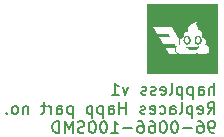
<source format=gbr>
%TF.GenerationSoftware,KiCad,Pcbnew,7.0.8*%
%TF.CreationDate,2025-06-05T10:18:12-04:00*%
%TF.ProjectId,happless,68617070-6c65-4737-932e-6b696361645f,rev?*%
%TF.SameCoordinates,Original*%
%TF.FileFunction,Legend,Bot*%
%TF.FilePolarity,Positive*%
%FSLAX46Y46*%
G04 Gerber Fmt 4.6, Leading zero omitted, Abs format (unit mm)*
G04 Created by KiCad (PCBNEW 7.0.8) date 2025-06-05 10:18:12*
%MOMM*%
%LPD*%
G01*
G04 APERTURE LIST*
%ADD10C,0.150000*%
G04 APERTURE END LIST*
D10*
X133876820Y-94897019D02*
X133876820Y-93897019D01*
X133448249Y-94897019D02*
X133448249Y-94373209D01*
X133448249Y-94373209D02*
X133495868Y-94277971D01*
X133495868Y-94277971D02*
X133591106Y-94230352D01*
X133591106Y-94230352D02*
X133733963Y-94230352D01*
X133733963Y-94230352D02*
X133829201Y-94277971D01*
X133829201Y-94277971D02*
X133876820Y-94325590D01*
X132543487Y-94897019D02*
X132543487Y-94373209D01*
X132543487Y-94373209D02*
X132591106Y-94277971D01*
X132591106Y-94277971D02*
X132686344Y-94230352D01*
X132686344Y-94230352D02*
X132876820Y-94230352D01*
X132876820Y-94230352D02*
X132972058Y-94277971D01*
X132543487Y-94849400D02*
X132638725Y-94897019D01*
X132638725Y-94897019D02*
X132876820Y-94897019D01*
X132876820Y-94897019D02*
X132972058Y-94849400D01*
X132972058Y-94849400D02*
X133019677Y-94754161D01*
X133019677Y-94754161D02*
X133019677Y-94658923D01*
X133019677Y-94658923D02*
X132972058Y-94563685D01*
X132972058Y-94563685D02*
X132876820Y-94516066D01*
X132876820Y-94516066D02*
X132638725Y-94516066D01*
X132638725Y-94516066D02*
X132543487Y-94468447D01*
X132067296Y-94230352D02*
X132067296Y-95230352D01*
X132067296Y-94277971D02*
X131972058Y-94230352D01*
X131972058Y-94230352D02*
X131781582Y-94230352D01*
X131781582Y-94230352D02*
X131686344Y-94277971D01*
X131686344Y-94277971D02*
X131638725Y-94325590D01*
X131638725Y-94325590D02*
X131591106Y-94420828D01*
X131591106Y-94420828D02*
X131591106Y-94706542D01*
X131591106Y-94706542D02*
X131638725Y-94801780D01*
X131638725Y-94801780D02*
X131686344Y-94849400D01*
X131686344Y-94849400D02*
X131781582Y-94897019D01*
X131781582Y-94897019D02*
X131972058Y-94897019D01*
X131972058Y-94897019D02*
X132067296Y-94849400D01*
X131162534Y-94230352D02*
X131162534Y-95230352D01*
X131162534Y-94277971D02*
X131067296Y-94230352D01*
X131067296Y-94230352D02*
X130876820Y-94230352D01*
X130876820Y-94230352D02*
X130781582Y-94277971D01*
X130781582Y-94277971D02*
X130733963Y-94325590D01*
X130733963Y-94325590D02*
X130686344Y-94420828D01*
X130686344Y-94420828D02*
X130686344Y-94706542D01*
X130686344Y-94706542D02*
X130733963Y-94801780D01*
X130733963Y-94801780D02*
X130781582Y-94849400D01*
X130781582Y-94849400D02*
X130876820Y-94897019D01*
X130876820Y-94897019D02*
X131067296Y-94897019D01*
X131067296Y-94897019D02*
X131162534Y-94849400D01*
X130114915Y-94897019D02*
X130210153Y-94849400D01*
X130210153Y-94849400D02*
X130257772Y-94754161D01*
X130257772Y-94754161D02*
X130257772Y-93897019D01*
X129353010Y-94849400D02*
X129448248Y-94897019D01*
X129448248Y-94897019D02*
X129638724Y-94897019D01*
X129638724Y-94897019D02*
X129733962Y-94849400D01*
X129733962Y-94849400D02*
X129781581Y-94754161D01*
X129781581Y-94754161D02*
X129781581Y-94373209D01*
X129781581Y-94373209D02*
X129733962Y-94277971D01*
X129733962Y-94277971D02*
X129638724Y-94230352D01*
X129638724Y-94230352D02*
X129448248Y-94230352D01*
X129448248Y-94230352D02*
X129353010Y-94277971D01*
X129353010Y-94277971D02*
X129305391Y-94373209D01*
X129305391Y-94373209D02*
X129305391Y-94468447D01*
X129305391Y-94468447D02*
X129781581Y-94563685D01*
X128924438Y-94849400D02*
X128829200Y-94897019D01*
X128829200Y-94897019D02*
X128638724Y-94897019D01*
X128638724Y-94897019D02*
X128543486Y-94849400D01*
X128543486Y-94849400D02*
X128495867Y-94754161D01*
X128495867Y-94754161D02*
X128495867Y-94706542D01*
X128495867Y-94706542D02*
X128543486Y-94611304D01*
X128543486Y-94611304D02*
X128638724Y-94563685D01*
X128638724Y-94563685D02*
X128781581Y-94563685D01*
X128781581Y-94563685D02*
X128876819Y-94516066D01*
X128876819Y-94516066D02*
X128924438Y-94420828D01*
X128924438Y-94420828D02*
X128924438Y-94373209D01*
X128924438Y-94373209D02*
X128876819Y-94277971D01*
X128876819Y-94277971D02*
X128781581Y-94230352D01*
X128781581Y-94230352D02*
X128638724Y-94230352D01*
X128638724Y-94230352D02*
X128543486Y-94277971D01*
X128114914Y-94849400D02*
X128019676Y-94897019D01*
X128019676Y-94897019D02*
X127829200Y-94897019D01*
X127829200Y-94897019D02*
X127733962Y-94849400D01*
X127733962Y-94849400D02*
X127686343Y-94754161D01*
X127686343Y-94754161D02*
X127686343Y-94706542D01*
X127686343Y-94706542D02*
X127733962Y-94611304D01*
X127733962Y-94611304D02*
X127829200Y-94563685D01*
X127829200Y-94563685D02*
X127972057Y-94563685D01*
X127972057Y-94563685D02*
X128067295Y-94516066D01*
X128067295Y-94516066D02*
X128114914Y-94420828D01*
X128114914Y-94420828D02*
X128114914Y-94373209D01*
X128114914Y-94373209D02*
X128067295Y-94277971D01*
X128067295Y-94277971D02*
X127972057Y-94230352D01*
X127972057Y-94230352D02*
X127829200Y-94230352D01*
X127829200Y-94230352D02*
X127733962Y-94277971D01*
X126591104Y-94230352D02*
X126353009Y-94897019D01*
X126353009Y-94897019D02*
X126114914Y-94230352D01*
X125210152Y-94897019D02*
X125781580Y-94897019D01*
X125495866Y-94897019D02*
X125495866Y-93897019D01*
X125495866Y-93897019D02*
X125591104Y-94039876D01*
X125591104Y-94039876D02*
X125686342Y-94135114D01*
X125686342Y-94135114D02*
X125781580Y-94182733D01*
X133305392Y-96507019D02*
X133638725Y-96030828D01*
X133876820Y-96507019D02*
X133876820Y-95507019D01*
X133876820Y-95507019D02*
X133495868Y-95507019D01*
X133495868Y-95507019D02*
X133400630Y-95554638D01*
X133400630Y-95554638D02*
X133353011Y-95602257D01*
X133353011Y-95602257D02*
X133305392Y-95697495D01*
X133305392Y-95697495D02*
X133305392Y-95840352D01*
X133305392Y-95840352D02*
X133353011Y-95935590D01*
X133353011Y-95935590D02*
X133400630Y-95983209D01*
X133400630Y-95983209D02*
X133495868Y-96030828D01*
X133495868Y-96030828D02*
X133876820Y-96030828D01*
X132495868Y-96459400D02*
X132591106Y-96507019D01*
X132591106Y-96507019D02*
X132781582Y-96507019D01*
X132781582Y-96507019D02*
X132876820Y-96459400D01*
X132876820Y-96459400D02*
X132924439Y-96364161D01*
X132924439Y-96364161D02*
X132924439Y-95983209D01*
X132924439Y-95983209D02*
X132876820Y-95887971D01*
X132876820Y-95887971D02*
X132781582Y-95840352D01*
X132781582Y-95840352D02*
X132591106Y-95840352D01*
X132591106Y-95840352D02*
X132495868Y-95887971D01*
X132495868Y-95887971D02*
X132448249Y-95983209D01*
X132448249Y-95983209D02*
X132448249Y-96078447D01*
X132448249Y-96078447D02*
X132924439Y-96173685D01*
X132019677Y-95840352D02*
X132019677Y-96840352D01*
X132019677Y-95887971D02*
X131924439Y-95840352D01*
X131924439Y-95840352D02*
X131733963Y-95840352D01*
X131733963Y-95840352D02*
X131638725Y-95887971D01*
X131638725Y-95887971D02*
X131591106Y-95935590D01*
X131591106Y-95935590D02*
X131543487Y-96030828D01*
X131543487Y-96030828D02*
X131543487Y-96316542D01*
X131543487Y-96316542D02*
X131591106Y-96411780D01*
X131591106Y-96411780D02*
X131638725Y-96459400D01*
X131638725Y-96459400D02*
X131733963Y-96507019D01*
X131733963Y-96507019D02*
X131924439Y-96507019D01*
X131924439Y-96507019D02*
X132019677Y-96459400D01*
X130972058Y-96507019D02*
X131067296Y-96459400D01*
X131067296Y-96459400D02*
X131114915Y-96364161D01*
X131114915Y-96364161D02*
X131114915Y-95507019D01*
X130162534Y-96507019D02*
X130162534Y-95983209D01*
X130162534Y-95983209D02*
X130210153Y-95887971D01*
X130210153Y-95887971D02*
X130305391Y-95840352D01*
X130305391Y-95840352D02*
X130495867Y-95840352D01*
X130495867Y-95840352D02*
X130591105Y-95887971D01*
X130162534Y-96459400D02*
X130257772Y-96507019D01*
X130257772Y-96507019D02*
X130495867Y-96507019D01*
X130495867Y-96507019D02*
X130591105Y-96459400D01*
X130591105Y-96459400D02*
X130638724Y-96364161D01*
X130638724Y-96364161D02*
X130638724Y-96268923D01*
X130638724Y-96268923D02*
X130591105Y-96173685D01*
X130591105Y-96173685D02*
X130495867Y-96126066D01*
X130495867Y-96126066D02*
X130257772Y-96126066D01*
X130257772Y-96126066D02*
X130162534Y-96078447D01*
X129257772Y-96459400D02*
X129353010Y-96507019D01*
X129353010Y-96507019D02*
X129543486Y-96507019D01*
X129543486Y-96507019D02*
X129638724Y-96459400D01*
X129638724Y-96459400D02*
X129686343Y-96411780D01*
X129686343Y-96411780D02*
X129733962Y-96316542D01*
X129733962Y-96316542D02*
X129733962Y-96030828D01*
X129733962Y-96030828D02*
X129686343Y-95935590D01*
X129686343Y-95935590D02*
X129638724Y-95887971D01*
X129638724Y-95887971D02*
X129543486Y-95840352D01*
X129543486Y-95840352D02*
X129353010Y-95840352D01*
X129353010Y-95840352D02*
X129257772Y-95887971D01*
X128448248Y-96459400D02*
X128543486Y-96507019D01*
X128543486Y-96507019D02*
X128733962Y-96507019D01*
X128733962Y-96507019D02*
X128829200Y-96459400D01*
X128829200Y-96459400D02*
X128876819Y-96364161D01*
X128876819Y-96364161D02*
X128876819Y-95983209D01*
X128876819Y-95983209D02*
X128829200Y-95887971D01*
X128829200Y-95887971D02*
X128733962Y-95840352D01*
X128733962Y-95840352D02*
X128543486Y-95840352D01*
X128543486Y-95840352D02*
X128448248Y-95887971D01*
X128448248Y-95887971D02*
X128400629Y-95983209D01*
X128400629Y-95983209D02*
X128400629Y-96078447D01*
X128400629Y-96078447D02*
X128876819Y-96173685D01*
X128019676Y-96459400D02*
X127924438Y-96507019D01*
X127924438Y-96507019D02*
X127733962Y-96507019D01*
X127733962Y-96507019D02*
X127638724Y-96459400D01*
X127638724Y-96459400D02*
X127591105Y-96364161D01*
X127591105Y-96364161D02*
X127591105Y-96316542D01*
X127591105Y-96316542D02*
X127638724Y-96221304D01*
X127638724Y-96221304D02*
X127733962Y-96173685D01*
X127733962Y-96173685D02*
X127876819Y-96173685D01*
X127876819Y-96173685D02*
X127972057Y-96126066D01*
X127972057Y-96126066D02*
X128019676Y-96030828D01*
X128019676Y-96030828D02*
X128019676Y-95983209D01*
X128019676Y-95983209D02*
X127972057Y-95887971D01*
X127972057Y-95887971D02*
X127876819Y-95840352D01*
X127876819Y-95840352D02*
X127733962Y-95840352D01*
X127733962Y-95840352D02*
X127638724Y-95887971D01*
X126400628Y-96507019D02*
X126400628Y-95507019D01*
X126400628Y-95983209D02*
X125829200Y-95983209D01*
X125829200Y-96507019D02*
X125829200Y-95507019D01*
X124924438Y-96507019D02*
X124924438Y-95983209D01*
X124924438Y-95983209D02*
X124972057Y-95887971D01*
X124972057Y-95887971D02*
X125067295Y-95840352D01*
X125067295Y-95840352D02*
X125257771Y-95840352D01*
X125257771Y-95840352D02*
X125353009Y-95887971D01*
X124924438Y-96459400D02*
X125019676Y-96507019D01*
X125019676Y-96507019D02*
X125257771Y-96507019D01*
X125257771Y-96507019D02*
X125353009Y-96459400D01*
X125353009Y-96459400D02*
X125400628Y-96364161D01*
X125400628Y-96364161D02*
X125400628Y-96268923D01*
X125400628Y-96268923D02*
X125353009Y-96173685D01*
X125353009Y-96173685D02*
X125257771Y-96126066D01*
X125257771Y-96126066D02*
X125019676Y-96126066D01*
X125019676Y-96126066D02*
X124924438Y-96078447D01*
X124448247Y-95840352D02*
X124448247Y-96840352D01*
X124448247Y-95887971D02*
X124353009Y-95840352D01*
X124353009Y-95840352D02*
X124162533Y-95840352D01*
X124162533Y-95840352D02*
X124067295Y-95887971D01*
X124067295Y-95887971D02*
X124019676Y-95935590D01*
X124019676Y-95935590D02*
X123972057Y-96030828D01*
X123972057Y-96030828D02*
X123972057Y-96316542D01*
X123972057Y-96316542D02*
X124019676Y-96411780D01*
X124019676Y-96411780D02*
X124067295Y-96459400D01*
X124067295Y-96459400D02*
X124162533Y-96507019D01*
X124162533Y-96507019D02*
X124353009Y-96507019D01*
X124353009Y-96507019D02*
X124448247Y-96459400D01*
X123543485Y-95840352D02*
X123543485Y-96840352D01*
X123543485Y-95887971D02*
X123448247Y-95840352D01*
X123448247Y-95840352D02*
X123257771Y-95840352D01*
X123257771Y-95840352D02*
X123162533Y-95887971D01*
X123162533Y-95887971D02*
X123114914Y-95935590D01*
X123114914Y-95935590D02*
X123067295Y-96030828D01*
X123067295Y-96030828D02*
X123067295Y-96316542D01*
X123067295Y-96316542D02*
X123114914Y-96411780D01*
X123114914Y-96411780D02*
X123162533Y-96459400D01*
X123162533Y-96459400D02*
X123257771Y-96507019D01*
X123257771Y-96507019D02*
X123448247Y-96507019D01*
X123448247Y-96507019D02*
X123543485Y-96459400D01*
X121876818Y-95840352D02*
X121876818Y-96840352D01*
X121876818Y-95887971D02*
X121781580Y-95840352D01*
X121781580Y-95840352D02*
X121591104Y-95840352D01*
X121591104Y-95840352D02*
X121495866Y-95887971D01*
X121495866Y-95887971D02*
X121448247Y-95935590D01*
X121448247Y-95935590D02*
X121400628Y-96030828D01*
X121400628Y-96030828D02*
X121400628Y-96316542D01*
X121400628Y-96316542D02*
X121448247Y-96411780D01*
X121448247Y-96411780D02*
X121495866Y-96459400D01*
X121495866Y-96459400D02*
X121591104Y-96507019D01*
X121591104Y-96507019D02*
X121781580Y-96507019D01*
X121781580Y-96507019D02*
X121876818Y-96459400D01*
X120543485Y-96507019D02*
X120543485Y-95983209D01*
X120543485Y-95983209D02*
X120591104Y-95887971D01*
X120591104Y-95887971D02*
X120686342Y-95840352D01*
X120686342Y-95840352D02*
X120876818Y-95840352D01*
X120876818Y-95840352D02*
X120972056Y-95887971D01*
X120543485Y-96459400D02*
X120638723Y-96507019D01*
X120638723Y-96507019D02*
X120876818Y-96507019D01*
X120876818Y-96507019D02*
X120972056Y-96459400D01*
X120972056Y-96459400D02*
X121019675Y-96364161D01*
X121019675Y-96364161D02*
X121019675Y-96268923D01*
X121019675Y-96268923D02*
X120972056Y-96173685D01*
X120972056Y-96173685D02*
X120876818Y-96126066D01*
X120876818Y-96126066D02*
X120638723Y-96126066D01*
X120638723Y-96126066D02*
X120543485Y-96078447D01*
X120067294Y-96507019D02*
X120067294Y-95840352D01*
X120067294Y-96030828D02*
X120019675Y-95935590D01*
X120019675Y-95935590D02*
X119972056Y-95887971D01*
X119972056Y-95887971D02*
X119876818Y-95840352D01*
X119876818Y-95840352D02*
X119781580Y-95840352D01*
X119591103Y-95840352D02*
X119210151Y-95840352D01*
X119448246Y-95507019D02*
X119448246Y-96364161D01*
X119448246Y-96364161D02*
X119400627Y-96459400D01*
X119400627Y-96459400D02*
X119305389Y-96507019D01*
X119305389Y-96507019D02*
X119210151Y-96507019D01*
X118114912Y-95840352D02*
X118114912Y-96507019D01*
X118114912Y-95935590D02*
X118067293Y-95887971D01*
X118067293Y-95887971D02*
X117972055Y-95840352D01*
X117972055Y-95840352D02*
X117829198Y-95840352D01*
X117829198Y-95840352D02*
X117733960Y-95887971D01*
X117733960Y-95887971D02*
X117686341Y-95983209D01*
X117686341Y-95983209D02*
X117686341Y-96507019D01*
X117067293Y-96507019D02*
X117162531Y-96459400D01*
X117162531Y-96459400D02*
X117210150Y-96411780D01*
X117210150Y-96411780D02*
X117257769Y-96316542D01*
X117257769Y-96316542D02*
X117257769Y-96030828D01*
X117257769Y-96030828D02*
X117210150Y-95935590D01*
X117210150Y-95935590D02*
X117162531Y-95887971D01*
X117162531Y-95887971D02*
X117067293Y-95840352D01*
X117067293Y-95840352D02*
X116924436Y-95840352D01*
X116924436Y-95840352D02*
X116829198Y-95887971D01*
X116829198Y-95887971D02*
X116781579Y-95935590D01*
X116781579Y-95935590D02*
X116733960Y-96030828D01*
X116733960Y-96030828D02*
X116733960Y-96316542D01*
X116733960Y-96316542D02*
X116781579Y-96411780D01*
X116781579Y-96411780D02*
X116829198Y-96459400D01*
X116829198Y-96459400D02*
X116924436Y-96507019D01*
X116924436Y-96507019D02*
X117067293Y-96507019D01*
X116305388Y-96411780D02*
X116257769Y-96459400D01*
X116257769Y-96459400D02*
X116305388Y-96507019D01*
X116305388Y-96507019D02*
X116353007Y-96459400D01*
X116353007Y-96459400D02*
X116305388Y-96411780D01*
X116305388Y-96411780D02*
X116305388Y-96507019D01*
X133829201Y-98117019D02*
X133638725Y-98117019D01*
X133638725Y-98117019D02*
X133543487Y-98069400D01*
X133543487Y-98069400D02*
X133495868Y-98021780D01*
X133495868Y-98021780D02*
X133400630Y-97878923D01*
X133400630Y-97878923D02*
X133353011Y-97688447D01*
X133353011Y-97688447D02*
X133353011Y-97307495D01*
X133353011Y-97307495D02*
X133400630Y-97212257D01*
X133400630Y-97212257D02*
X133448249Y-97164638D01*
X133448249Y-97164638D02*
X133543487Y-97117019D01*
X133543487Y-97117019D02*
X133733963Y-97117019D01*
X133733963Y-97117019D02*
X133829201Y-97164638D01*
X133829201Y-97164638D02*
X133876820Y-97212257D01*
X133876820Y-97212257D02*
X133924439Y-97307495D01*
X133924439Y-97307495D02*
X133924439Y-97545590D01*
X133924439Y-97545590D02*
X133876820Y-97640828D01*
X133876820Y-97640828D02*
X133829201Y-97688447D01*
X133829201Y-97688447D02*
X133733963Y-97736066D01*
X133733963Y-97736066D02*
X133543487Y-97736066D01*
X133543487Y-97736066D02*
X133448249Y-97688447D01*
X133448249Y-97688447D02*
X133400630Y-97640828D01*
X133400630Y-97640828D02*
X133353011Y-97545590D01*
X132495868Y-97117019D02*
X132686344Y-97117019D01*
X132686344Y-97117019D02*
X132781582Y-97164638D01*
X132781582Y-97164638D02*
X132829201Y-97212257D01*
X132829201Y-97212257D02*
X132924439Y-97355114D01*
X132924439Y-97355114D02*
X132972058Y-97545590D01*
X132972058Y-97545590D02*
X132972058Y-97926542D01*
X132972058Y-97926542D02*
X132924439Y-98021780D01*
X132924439Y-98021780D02*
X132876820Y-98069400D01*
X132876820Y-98069400D02*
X132781582Y-98117019D01*
X132781582Y-98117019D02*
X132591106Y-98117019D01*
X132591106Y-98117019D02*
X132495868Y-98069400D01*
X132495868Y-98069400D02*
X132448249Y-98021780D01*
X132448249Y-98021780D02*
X132400630Y-97926542D01*
X132400630Y-97926542D02*
X132400630Y-97688447D01*
X132400630Y-97688447D02*
X132448249Y-97593209D01*
X132448249Y-97593209D02*
X132495868Y-97545590D01*
X132495868Y-97545590D02*
X132591106Y-97497971D01*
X132591106Y-97497971D02*
X132781582Y-97497971D01*
X132781582Y-97497971D02*
X132876820Y-97545590D01*
X132876820Y-97545590D02*
X132924439Y-97593209D01*
X132924439Y-97593209D02*
X132972058Y-97688447D01*
X131972058Y-97736066D02*
X131210154Y-97736066D01*
X130543487Y-97117019D02*
X130448249Y-97117019D01*
X130448249Y-97117019D02*
X130353011Y-97164638D01*
X130353011Y-97164638D02*
X130305392Y-97212257D01*
X130305392Y-97212257D02*
X130257773Y-97307495D01*
X130257773Y-97307495D02*
X130210154Y-97497971D01*
X130210154Y-97497971D02*
X130210154Y-97736066D01*
X130210154Y-97736066D02*
X130257773Y-97926542D01*
X130257773Y-97926542D02*
X130305392Y-98021780D01*
X130305392Y-98021780D02*
X130353011Y-98069400D01*
X130353011Y-98069400D02*
X130448249Y-98117019D01*
X130448249Y-98117019D02*
X130543487Y-98117019D01*
X130543487Y-98117019D02*
X130638725Y-98069400D01*
X130638725Y-98069400D02*
X130686344Y-98021780D01*
X130686344Y-98021780D02*
X130733963Y-97926542D01*
X130733963Y-97926542D02*
X130781582Y-97736066D01*
X130781582Y-97736066D02*
X130781582Y-97497971D01*
X130781582Y-97497971D02*
X130733963Y-97307495D01*
X130733963Y-97307495D02*
X130686344Y-97212257D01*
X130686344Y-97212257D02*
X130638725Y-97164638D01*
X130638725Y-97164638D02*
X130543487Y-97117019D01*
X129591106Y-97117019D02*
X129495868Y-97117019D01*
X129495868Y-97117019D02*
X129400630Y-97164638D01*
X129400630Y-97164638D02*
X129353011Y-97212257D01*
X129353011Y-97212257D02*
X129305392Y-97307495D01*
X129305392Y-97307495D02*
X129257773Y-97497971D01*
X129257773Y-97497971D02*
X129257773Y-97736066D01*
X129257773Y-97736066D02*
X129305392Y-97926542D01*
X129305392Y-97926542D02*
X129353011Y-98021780D01*
X129353011Y-98021780D02*
X129400630Y-98069400D01*
X129400630Y-98069400D02*
X129495868Y-98117019D01*
X129495868Y-98117019D02*
X129591106Y-98117019D01*
X129591106Y-98117019D02*
X129686344Y-98069400D01*
X129686344Y-98069400D02*
X129733963Y-98021780D01*
X129733963Y-98021780D02*
X129781582Y-97926542D01*
X129781582Y-97926542D02*
X129829201Y-97736066D01*
X129829201Y-97736066D02*
X129829201Y-97497971D01*
X129829201Y-97497971D02*
X129781582Y-97307495D01*
X129781582Y-97307495D02*
X129733963Y-97212257D01*
X129733963Y-97212257D02*
X129686344Y-97164638D01*
X129686344Y-97164638D02*
X129591106Y-97117019D01*
X128400630Y-97117019D02*
X128591106Y-97117019D01*
X128591106Y-97117019D02*
X128686344Y-97164638D01*
X128686344Y-97164638D02*
X128733963Y-97212257D01*
X128733963Y-97212257D02*
X128829201Y-97355114D01*
X128829201Y-97355114D02*
X128876820Y-97545590D01*
X128876820Y-97545590D02*
X128876820Y-97926542D01*
X128876820Y-97926542D02*
X128829201Y-98021780D01*
X128829201Y-98021780D02*
X128781582Y-98069400D01*
X128781582Y-98069400D02*
X128686344Y-98117019D01*
X128686344Y-98117019D02*
X128495868Y-98117019D01*
X128495868Y-98117019D02*
X128400630Y-98069400D01*
X128400630Y-98069400D02*
X128353011Y-98021780D01*
X128353011Y-98021780D02*
X128305392Y-97926542D01*
X128305392Y-97926542D02*
X128305392Y-97688447D01*
X128305392Y-97688447D02*
X128353011Y-97593209D01*
X128353011Y-97593209D02*
X128400630Y-97545590D01*
X128400630Y-97545590D02*
X128495868Y-97497971D01*
X128495868Y-97497971D02*
X128686344Y-97497971D01*
X128686344Y-97497971D02*
X128781582Y-97545590D01*
X128781582Y-97545590D02*
X128829201Y-97593209D01*
X128829201Y-97593209D02*
X128876820Y-97688447D01*
X127448249Y-97117019D02*
X127638725Y-97117019D01*
X127638725Y-97117019D02*
X127733963Y-97164638D01*
X127733963Y-97164638D02*
X127781582Y-97212257D01*
X127781582Y-97212257D02*
X127876820Y-97355114D01*
X127876820Y-97355114D02*
X127924439Y-97545590D01*
X127924439Y-97545590D02*
X127924439Y-97926542D01*
X127924439Y-97926542D02*
X127876820Y-98021780D01*
X127876820Y-98021780D02*
X127829201Y-98069400D01*
X127829201Y-98069400D02*
X127733963Y-98117019D01*
X127733963Y-98117019D02*
X127543487Y-98117019D01*
X127543487Y-98117019D02*
X127448249Y-98069400D01*
X127448249Y-98069400D02*
X127400630Y-98021780D01*
X127400630Y-98021780D02*
X127353011Y-97926542D01*
X127353011Y-97926542D02*
X127353011Y-97688447D01*
X127353011Y-97688447D02*
X127400630Y-97593209D01*
X127400630Y-97593209D02*
X127448249Y-97545590D01*
X127448249Y-97545590D02*
X127543487Y-97497971D01*
X127543487Y-97497971D02*
X127733963Y-97497971D01*
X127733963Y-97497971D02*
X127829201Y-97545590D01*
X127829201Y-97545590D02*
X127876820Y-97593209D01*
X127876820Y-97593209D02*
X127924439Y-97688447D01*
X126924439Y-97736066D02*
X126162535Y-97736066D01*
X125162535Y-98117019D02*
X125733963Y-98117019D01*
X125448249Y-98117019D02*
X125448249Y-97117019D01*
X125448249Y-97117019D02*
X125543487Y-97259876D01*
X125543487Y-97259876D02*
X125638725Y-97355114D01*
X125638725Y-97355114D02*
X125733963Y-97402733D01*
X124543487Y-97117019D02*
X124448249Y-97117019D01*
X124448249Y-97117019D02*
X124353011Y-97164638D01*
X124353011Y-97164638D02*
X124305392Y-97212257D01*
X124305392Y-97212257D02*
X124257773Y-97307495D01*
X124257773Y-97307495D02*
X124210154Y-97497971D01*
X124210154Y-97497971D02*
X124210154Y-97736066D01*
X124210154Y-97736066D02*
X124257773Y-97926542D01*
X124257773Y-97926542D02*
X124305392Y-98021780D01*
X124305392Y-98021780D02*
X124353011Y-98069400D01*
X124353011Y-98069400D02*
X124448249Y-98117019D01*
X124448249Y-98117019D02*
X124543487Y-98117019D01*
X124543487Y-98117019D02*
X124638725Y-98069400D01*
X124638725Y-98069400D02*
X124686344Y-98021780D01*
X124686344Y-98021780D02*
X124733963Y-97926542D01*
X124733963Y-97926542D02*
X124781582Y-97736066D01*
X124781582Y-97736066D02*
X124781582Y-97497971D01*
X124781582Y-97497971D02*
X124733963Y-97307495D01*
X124733963Y-97307495D02*
X124686344Y-97212257D01*
X124686344Y-97212257D02*
X124638725Y-97164638D01*
X124638725Y-97164638D02*
X124543487Y-97117019D01*
X123591106Y-97117019D02*
X123495868Y-97117019D01*
X123495868Y-97117019D02*
X123400630Y-97164638D01*
X123400630Y-97164638D02*
X123353011Y-97212257D01*
X123353011Y-97212257D02*
X123305392Y-97307495D01*
X123305392Y-97307495D02*
X123257773Y-97497971D01*
X123257773Y-97497971D02*
X123257773Y-97736066D01*
X123257773Y-97736066D02*
X123305392Y-97926542D01*
X123305392Y-97926542D02*
X123353011Y-98021780D01*
X123353011Y-98021780D02*
X123400630Y-98069400D01*
X123400630Y-98069400D02*
X123495868Y-98117019D01*
X123495868Y-98117019D02*
X123591106Y-98117019D01*
X123591106Y-98117019D02*
X123686344Y-98069400D01*
X123686344Y-98069400D02*
X123733963Y-98021780D01*
X123733963Y-98021780D02*
X123781582Y-97926542D01*
X123781582Y-97926542D02*
X123829201Y-97736066D01*
X123829201Y-97736066D02*
X123829201Y-97497971D01*
X123829201Y-97497971D02*
X123781582Y-97307495D01*
X123781582Y-97307495D02*
X123733963Y-97212257D01*
X123733963Y-97212257D02*
X123686344Y-97164638D01*
X123686344Y-97164638D02*
X123591106Y-97117019D01*
X122876820Y-98069400D02*
X122733963Y-98117019D01*
X122733963Y-98117019D02*
X122495868Y-98117019D01*
X122495868Y-98117019D02*
X122400630Y-98069400D01*
X122400630Y-98069400D02*
X122353011Y-98021780D01*
X122353011Y-98021780D02*
X122305392Y-97926542D01*
X122305392Y-97926542D02*
X122305392Y-97831304D01*
X122305392Y-97831304D02*
X122353011Y-97736066D01*
X122353011Y-97736066D02*
X122400630Y-97688447D01*
X122400630Y-97688447D02*
X122495868Y-97640828D01*
X122495868Y-97640828D02*
X122686344Y-97593209D01*
X122686344Y-97593209D02*
X122781582Y-97545590D01*
X122781582Y-97545590D02*
X122829201Y-97497971D01*
X122829201Y-97497971D02*
X122876820Y-97402733D01*
X122876820Y-97402733D02*
X122876820Y-97307495D01*
X122876820Y-97307495D02*
X122829201Y-97212257D01*
X122829201Y-97212257D02*
X122781582Y-97164638D01*
X122781582Y-97164638D02*
X122686344Y-97117019D01*
X122686344Y-97117019D02*
X122448249Y-97117019D01*
X122448249Y-97117019D02*
X122305392Y-97164638D01*
X121876820Y-98117019D02*
X121876820Y-97117019D01*
X121876820Y-97117019D02*
X121543487Y-97831304D01*
X121543487Y-97831304D02*
X121210154Y-97117019D01*
X121210154Y-97117019D02*
X121210154Y-98117019D01*
X120733963Y-98117019D02*
X120733963Y-97117019D01*
X120733963Y-97117019D02*
X120495868Y-97117019D01*
X120495868Y-97117019D02*
X120353011Y-97164638D01*
X120353011Y-97164638D02*
X120257773Y-97259876D01*
X120257773Y-97259876D02*
X120210154Y-97355114D01*
X120210154Y-97355114D02*
X120162535Y-97545590D01*
X120162535Y-97545590D02*
X120162535Y-97688447D01*
X120162535Y-97688447D02*
X120210154Y-97878923D01*
X120210154Y-97878923D02*
X120257773Y-97974161D01*
X120257773Y-97974161D02*
X120353011Y-98069400D01*
X120353011Y-98069400D02*
X120495868Y-98117019D01*
X120495868Y-98117019D02*
X120733963Y-98117019D01*
%TO.C,G\u002A\u002A\u002A*%
G36*
X129265101Y-89199746D02*
G01*
X129261767Y-89203080D01*
X129258433Y-89199746D01*
X129261767Y-89196411D01*
X129265101Y-89199746D01*
G37*
G36*
X132557708Y-90803997D02*
G01*
X132580538Y-90813591D01*
X132592708Y-90829493D01*
X132594162Y-90850759D01*
X132584849Y-90876449D01*
X132564712Y-90905619D01*
X132533700Y-90937327D01*
X132484968Y-90977349D01*
X132407123Y-91028968D01*
X132324213Y-91070790D01*
X132238589Y-91101687D01*
X132152602Y-91120526D01*
X132074859Y-91128270D01*
X131986001Y-91127167D01*
X131900493Y-91114401D01*
X131816835Y-91089620D01*
X131733524Y-91052473D01*
X131649060Y-91002607D01*
X131644642Y-90999662D01*
X131612252Y-90976159D01*
X131580540Y-90950175D01*
X131551580Y-90923703D01*
X131527443Y-90898733D01*
X131510203Y-90877258D01*
X131501934Y-90861268D01*
X131501172Y-90843406D01*
X131510687Y-90824592D01*
X131524091Y-90806834D01*
X131616584Y-90808470D01*
X131654017Y-90809454D01*
X131703542Y-90811421D01*
X131752870Y-90813973D01*
X131795431Y-90816805D01*
X131833072Y-90819204D01*
X131896569Y-90821665D01*
X131968454Y-90822971D01*
X132045838Y-90823144D01*
X132125831Y-90822204D01*
X132205545Y-90820170D01*
X132282091Y-90817064D01*
X132352578Y-90812904D01*
X132371745Y-90811563D01*
X132415489Y-90808554D01*
X132455066Y-90805904D01*
X132488192Y-90803761D01*
X132512584Y-90802274D01*
X132525957Y-90801592D01*
X132557708Y-90803997D01*
G37*
G36*
X131871429Y-90262731D02*
G01*
X131864901Y-90329771D01*
X131848895Y-90396017D01*
X131823036Y-90459883D01*
X131792211Y-90512176D01*
X131750489Y-90561203D01*
X131701312Y-90599417D01*
X131644263Y-90627205D01*
X131610794Y-90637047D01*
X131555453Y-90642720D01*
X131500442Y-90635928D01*
X131447297Y-90617103D01*
X131397554Y-90586678D01*
X131352746Y-90545086D01*
X131350762Y-90542823D01*
X131321598Y-90501670D01*
X131296053Y-90450786D01*
X131275782Y-90393433D01*
X131270554Y-90368969D01*
X131266108Y-90328808D01*
X131264360Y-90283403D01*
X131265133Y-90246109D01*
X131406382Y-90246109D01*
X131408858Y-90305993D01*
X131420987Y-90363234D01*
X131442562Y-90415443D01*
X131473378Y-90460232D01*
X131479129Y-90466439D01*
X131496577Y-90482466D01*
X131511911Y-90493187D01*
X131536357Y-90503001D01*
X131572571Y-90506746D01*
X131608053Y-90497186D01*
X131642869Y-90474311D01*
X131669664Y-90445585D01*
X131695256Y-90402601D01*
X131713385Y-90352653D01*
X131723803Y-90298132D01*
X131726263Y-90241429D01*
X131720518Y-90184936D01*
X131706320Y-90131045D01*
X131683422Y-90082148D01*
X131666959Y-90058453D01*
X131636483Y-90029195D01*
X131603084Y-90012006D01*
X131568201Y-90006762D01*
X131533274Y-90013340D01*
X131499741Y-90031617D01*
X131469041Y-90061469D01*
X131442614Y-90102773D01*
X131431209Y-90127971D01*
X131413764Y-90185972D01*
X131406382Y-90246109D01*
X131265133Y-90246109D01*
X131265318Y-90237181D01*
X131268989Y-90194570D01*
X131275381Y-90159998D01*
X131280144Y-90144269D01*
X131290675Y-90115277D01*
X131303611Y-90083856D01*
X131317292Y-90053775D01*
X131330058Y-90028801D01*
X131340249Y-90012705D01*
X131373402Y-89976442D01*
X131421921Y-89937352D01*
X131474354Y-89908770D01*
X131529161Y-89891151D01*
X131584800Y-89884951D01*
X131639728Y-89890626D01*
X131692405Y-89908631D01*
X131732637Y-89932701D01*
X131775075Y-89971174D01*
X131810291Y-90018377D01*
X131837911Y-90072721D01*
X131857559Y-90132619D01*
X131868857Y-90196485D01*
X131870602Y-90241429D01*
X131871429Y-90262731D01*
G37*
G36*
X132810661Y-90303995D02*
G01*
X132803222Y-90361377D01*
X132790288Y-90412170D01*
X132772205Y-90457245D01*
X132738068Y-90516103D01*
X132695526Y-90564868D01*
X132644851Y-90603250D01*
X132586316Y-90630955D01*
X132562559Y-90637399D01*
X132517315Y-90641816D01*
X132469614Y-90638567D01*
X132424202Y-90628126D01*
X132385826Y-90610966D01*
X132367141Y-90598651D01*
X132316258Y-90554854D01*
X132273089Y-90501525D01*
X132238912Y-90440440D01*
X132215004Y-90373375D01*
X132208142Y-90337831D01*
X132203748Y-90292990D01*
X132202471Y-90251263D01*
X132354532Y-90251263D01*
X132358577Y-90304285D01*
X132365491Y-90338093D01*
X132381247Y-90385463D01*
X132402414Y-90427732D01*
X132427683Y-90462841D01*
X132455742Y-90488733D01*
X132485282Y-90503347D01*
X132485866Y-90503509D01*
X132512815Y-90508994D01*
X132535010Y-90507764D01*
X132559299Y-90499458D01*
X132565945Y-90496392D01*
X132594855Y-90477375D01*
X132619341Y-90450166D01*
X132640680Y-90413054D01*
X132660148Y-90364328D01*
X132668069Y-90331970D01*
X132672683Y-90286460D01*
X132672266Y-90237502D01*
X132666896Y-90189880D01*
X132656650Y-90148378D01*
X132656536Y-90148049D01*
X132634358Y-90097134D01*
X132606748Y-90056473D01*
X132574475Y-90026969D01*
X132538312Y-90009527D01*
X132527969Y-90007075D01*
X132494218Y-90007083D01*
X132462216Y-90018599D01*
X132432812Y-90040228D01*
X132406856Y-90070576D01*
X132385200Y-90108248D01*
X132368694Y-90151850D01*
X132358188Y-90199986D01*
X132354532Y-90251263D01*
X132202471Y-90251263D01*
X132202269Y-90244658D01*
X132203698Y-90196962D01*
X132208034Y-90154029D01*
X132215271Y-90119987D01*
X132239504Y-90057449D01*
X132272050Y-90001732D01*
X132311419Y-89956055D01*
X132356898Y-89921093D01*
X132407774Y-89897517D01*
X132463332Y-89886001D01*
X132497406Y-89884712D01*
X132558120Y-89891942D01*
X132614586Y-89911100D01*
X132665930Y-89941477D01*
X132711278Y-89982364D01*
X132749755Y-90033053D01*
X132780488Y-90092835D01*
X132802602Y-90161003D01*
X132808051Y-90189848D01*
X132812353Y-90245120D01*
X132811165Y-90286460D01*
X132810661Y-90303995D01*
G37*
G36*
X134166387Y-93164119D02*
G01*
X131165600Y-93164119D01*
X128164812Y-93164119D01*
X128164812Y-91440334D01*
X130078648Y-91440334D01*
X130081982Y-91443668D01*
X130084923Y-91440727D01*
X130098653Y-91440727D01*
X130098718Y-91441659D01*
X130102578Y-91443128D01*
X130104360Y-91441228D01*
X130119838Y-91441228D01*
X130125327Y-91443668D01*
X130128857Y-91443187D01*
X130129515Y-91440334D01*
X130138664Y-91440334D01*
X130141998Y-91443668D01*
X130145332Y-91440334D01*
X130152001Y-91440334D01*
X130155335Y-91443668D01*
X130158669Y-91440334D01*
X130157974Y-91439639D01*
X130167143Y-91439639D01*
X130167175Y-91440334D01*
X130167247Y-91441915D01*
X130175896Y-91443141D01*
X130182450Y-91442074D01*
X130180374Y-91439639D01*
X130193817Y-91439639D01*
X130193920Y-91441915D01*
X130195042Y-91442074D01*
X130202569Y-91443141D01*
X130209124Y-91442074D01*
X130207640Y-91440334D01*
X130232022Y-91440334D01*
X130233762Y-91442074D01*
X130235356Y-91443668D01*
X130238690Y-91440334D01*
X130237995Y-91439639D01*
X130247164Y-91439639D01*
X130247196Y-91440334D01*
X130247268Y-91441915D01*
X130255917Y-91443141D01*
X130262471Y-91442074D01*
X130260987Y-91440334D01*
X130272032Y-91440334D01*
X130273772Y-91442074D01*
X130275366Y-91443668D01*
X130278700Y-91440334D01*
X130285369Y-91440334D01*
X130288703Y-91443668D01*
X130292037Y-91440334D01*
X130312043Y-91440334D01*
X130315377Y-91443668D01*
X130318711Y-91440334D01*
X130325379Y-91440334D01*
X130328714Y-91443668D01*
X130332048Y-91440334D01*
X130338716Y-91440334D01*
X130342050Y-91443668D01*
X130345385Y-91440334D01*
X130352053Y-91440334D01*
X130355387Y-91443668D01*
X130358721Y-91440334D01*
X130365390Y-91440334D01*
X130368724Y-91443668D01*
X130372058Y-91440334D01*
X130378727Y-91440334D01*
X130382061Y-91443668D01*
X130385395Y-91440334D01*
X130405400Y-91440334D01*
X130408735Y-91443668D01*
X130412069Y-91440334D01*
X130418737Y-91440334D01*
X130422071Y-91443668D01*
X130425406Y-91440334D01*
X130432074Y-91440334D01*
X130435408Y-91443668D01*
X130438742Y-91440334D01*
X130445411Y-91440334D01*
X130448745Y-91443668D01*
X130452079Y-91440334D01*
X130448745Y-91436999D01*
X130445411Y-91440334D01*
X130438742Y-91440334D01*
X130435408Y-91436999D01*
X130432074Y-91440334D01*
X130425406Y-91440334D01*
X130422071Y-91436999D01*
X130418737Y-91440334D01*
X130412069Y-91440334D01*
X130408735Y-91436999D01*
X130405400Y-91440334D01*
X130385395Y-91440334D01*
X130382061Y-91436999D01*
X130378727Y-91440334D01*
X130372058Y-91440334D01*
X130368724Y-91436999D01*
X130365390Y-91440334D01*
X130358721Y-91440334D01*
X130355387Y-91436999D01*
X130352053Y-91440334D01*
X130345385Y-91440334D01*
X130342050Y-91436999D01*
X130338716Y-91440334D01*
X130332048Y-91440334D01*
X130328714Y-91436999D01*
X130325379Y-91440334D01*
X130318711Y-91440334D01*
X130315377Y-91436999D01*
X130312043Y-91440334D01*
X130292037Y-91440334D01*
X130288703Y-91436999D01*
X130285369Y-91440334D01*
X130278700Y-91440334D01*
X130275366Y-91436999D01*
X130272032Y-91440334D01*
X130260987Y-91440334D01*
X130259946Y-91439113D01*
X130256089Y-91438047D01*
X130247164Y-91439639D01*
X130237995Y-91439639D01*
X130235356Y-91436999D01*
X130232022Y-91440334D01*
X130207640Y-91440334D01*
X130206598Y-91439113D01*
X130202742Y-91438047D01*
X130193817Y-91439639D01*
X130180374Y-91439639D01*
X130179925Y-91439113D01*
X130176068Y-91438047D01*
X130167143Y-91439639D01*
X130157974Y-91439639D01*
X130155335Y-91436999D01*
X130152001Y-91440334D01*
X130145332Y-91440334D01*
X130141998Y-91436999D01*
X130139776Y-91439222D01*
X130138664Y-91440334D01*
X130129515Y-91440334D01*
X130129772Y-91439222D01*
X130128795Y-91438424D01*
X130120881Y-91439222D01*
X130119838Y-91441228D01*
X130104360Y-91441228D01*
X130109293Y-91435969D01*
X130110354Y-91433531D01*
X130473509Y-91433531D01*
X130474195Y-91440334D01*
X130474307Y-91441445D01*
X130476313Y-91442488D01*
X130477271Y-91440334D01*
X130485421Y-91440334D01*
X130488756Y-91443668D01*
X130492090Y-91440334D01*
X130498758Y-91440334D01*
X130502092Y-91443668D01*
X130505427Y-91440334D01*
X130512095Y-91440334D01*
X130515429Y-91443668D01*
X130518763Y-91440334D01*
X130518068Y-91439639D01*
X130527238Y-91439639D01*
X130527269Y-91440334D01*
X130527341Y-91441915D01*
X130535990Y-91443141D01*
X130542545Y-91442074D01*
X130541061Y-91440334D01*
X130552106Y-91440334D01*
X130553846Y-91442074D01*
X130555440Y-91443668D01*
X130558774Y-91440334D01*
X130558079Y-91439639D01*
X130567248Y-91439639D01*
X130567280Y-91440334D01*
X130567352Y-91441915D01*
X130576001Y-91443141D01*
X130582555Y-91442074D01*
X130581071Y-91440334D01*
X130605453Y-91440334D01*
X130607193Y-91442074D01*
X130608787Y-91443668D01*
X130612121Y-91440334D01*
X130618790Y-91440334D01*
X130622124Y-91443668D01*
X130625458Y-91440334D01*
X130632127Y-91440334D01*
X130635461Y-91443668D01*
X130638795Y-91440334D01*
X130658800Y-91440334D01*
X130662134Y-91443668D01*
X130665469Y-91440334D01*
X130672137Y-91440334D01*
X130675471Y-91443668D01*
X130678805Y-91440334D01*
X130678110Y-91439639D01*
X130700617Y-91439639D01*
X130700648Y-91440334D01*
X130700720Y-91441915D01*
X130709369Y-91443141D01*
X130715924Y-91442074D01*
X130714440Y-91440334D01*
X130725484Y-91440334D01*
X130727225Y-91442074D01*
X130728819Y-91443668D01*
X130732153Y-91440334D01*
X130738821Y-91440334D01*
X130742155Y-91443668D01*
X130745490Y-91440334D01*
X130742155Y-91436999D01*
X130738821Y-91440334D01*
X130732153Y-91440334D01*
X130728819Y-91436999D01*
X130725484Y-91440334D01*
X130714440Y-91440334D01*
X130713398Y-91439113D01*
X130709542Y-91438047D01*
X130700617Y-91439639D01*
X130678110Y-91439639D01*
X130675471Y-91436999D01*
X130672137Y-91440334D01*
X130665469Y-91440334D01*
X130662134Y-91436999D01*
X130658800Y-91440334D01*
X130638795Y-91440334D01*
X130635461Y-91436999D01*
X130632127Y-91440334D01*
X130625458Y-91440334D01*
X130622124Y-91436999D01*
X130618790Y-91440334D01*
X130612121Y-91440334D01*
X130608787Y-91436999D01*
X130605453Y-91440334D01*
X130581071Y-91440334D01*
X130580030Y-91439113D01*
X130576173Y-91438047D01*
X130567248Y-91439639D01*
X130558079Y-91439639D01*
X130555440Y-91436999D01*
X130552106Y-91440334D01*
X130541061Y-91440334D01*
X130540019Y-91439113D01*
X130536163Y-91438047D01*
X130527238Y-91439639D01*
X130518068Y-91439639D01*
X130515429Y-91436999D01*
X130512095Y-91440334D01*
X130505427Y-91440334D01*
X130502092Y-91436999D01*
X130498758Y-91440334D01*
X130492090Y-91440334D01*
X130488756Y-91436999D01*
X130485421Y-91440334D01*
X130477271Y-91440334D01*
X130478753Y-91436999D01*
X130478272Y-91433469D01*
X130474307Y-91432554D01*
X130473509Y-91433531D01*
X130110354Y-91433531D01*
X130110915Y-91432243D01*
X130106352Y-91433029D01*
X130103390Y-91435087D01*
X130098983Y-91440334D01*
X130098653Y-91440727D01*
X130084923Y-91440727D01*
X130085316Y-91440334D01*
X130081982Y-91436999D01*
X130078648Y-91440334D01*
X128164812Y-91440334D01*
X128164812Y-91420328D01*
X130011964Y-91420328D01*
X130015298Y-91423663D01*
X130018632Y-91420328D01*
X130015298Y-91416994D01*
X130011964Y-91420328D01*
X128164812Y-91420328D01*
X128164812Y-91400189D01*
X130000052Y-91400189D01*
X130000850Y-91408103D01*
X130002855Y-91409146D01*
X130005295Y-91403657D01*
X130004814Y-91400127D01*
X130000850Y-91399212D01*
X130000052Y-91400189D01*
X128164812Y-91400189D01*
X128164812Y-91386986D01*
X129991959Y-91386986D01*
X129995293Y-91390321D01*
X129998627Y-91386986D01*
X129995293Y-91383652D01*
X129991959Y-91386986D01*
X128164812Y-91386986D01*
X128164812Y-91317402D01*
X129953583Y-91317402D01*
X129955282Y-91323636D01*
X129956652Y-91325610D01*
X129962738Y-91330305D01*
X129963650Y-91329871D01*
X129961951Y-91323636D01*
X129960581Y-91321662D01*
X129954495Y-91316968D01*
X129953583Y-91317402D01*
X128164812Y-91317402D01*
X128164812Y-91293629D01*
X129938611Y-91293629D01*
X129941945Y-91296963D01*
X129945280Y-91293629D01*
X129941945Y-91290294D01*
X129938611Y-91293629D01*
X128164812Y-91293629D01*
X128164812Y-91273623D01*
X129925274Y-91273623D01*
X129928609Y-91276957D01*
X129931943Y-91273623D01*
X129928609Y-91270289D01*
X129925274Y-91273623D01*
X128164812Y-91273623D01*
X128164812Y-91240281D01*
X129905269Y-91240281D01*
X129908603Y-91243615D01*
X129911938Y-91240281D01*
X129908603Y-91236947D01*
X129905269Y-91240281D01*
X128164812Y-91240281D01*
X128164812Y-91204539D01*
X129885440Y-91204539D01*
X129891712Y-91213608D01*
X129898402Y-91222775D01*
X129903382Y-91229723D01*
X129903958Y-91230237D01*
X129905269Y-91225538D01*
X129902962Y-91219584D01*
X129893599Y-91209423D01*
X129887762Y-91204970D01*
X129885440Y-91204539D01*
X128164812Y-91204539D01*
X128164812Y-91184034D01*
X129873562Y-91184034D01*
X129875261Y-91190268D01*
X129876631Y-91192242D01*
X129882717Y-91196936D01*
X129883629Y-91196502D01*
X129881930Y-91190268D01*
X129880560Y-91188294D01*
X129874474Y-91183600D01*
X129873562Y-91184034D01*
X128164812Y-91184034D01*
X128164812Y-91146616D01*
X129854298Y-91146616D01*
X129858590Y-91156926D01*
X129863706Y-91165151D01*
X129869062Y-91170263D01*
X129869551Y-91167236D01*
X129865259Y-91156926D01*
X129860142Y-91148701D01*
X129854787Y-91143589D01*
X129854298Y-91146616D01*
X128164812Y-91146616D01*
X128164812Y-91106913D01*
X129825248Y-91106913D01*
X129828582Y-91110247D01*
X129831917Y-91106913D01*
X129828582Y-91103579D01*
X129825248Y-91106913D01*
X128164812Y-91106913D01*
X128164812Y-91093576D01*
X129818580Y-91093576D01*
X129821914Y-91096910D01*
X129825248Y-91093576D01*
X129821914Y-91090242D01*
X129818580Y-91093576D01*
X128164812Y-91093576D01*
X128164812Y-91060100D01*
X129799999Y-91060100D01*
X129800797Y-91068014D01*
X129802803Y-91069057D01*
X129805243Y-91063568D01*
X129804762Y-91060038D01*
X129800797Y-91059123D01*
X129799999Y-91060100D01*
X128164812Y-91060100D01*
X128164812Y-91046897D01*
X129791906Y-91046897D01*
X129795240Y-91050231D01*
X129798574Y-91046897D01*
X129795240Y-91043563D01*
X129791906Y-91046897D01*
X128164812Y-91046897D01*
X128164812Y-91014017D01*
X129772550Y-91014017D01*
X129773430Y-91018962D01*
X129781378Y-91028718D01*
X129788123Y-91035022D01*
X129790263Y-91035534D01*
X129784568Y-91025528D01*
X129777826Y-91016505D01*
X129772550Y-91014017D01*
X128164812Y-91014017D01*
X128164812Y-90993843D01*
X129760787Y-90993843D01*
X129760826Y-90996307D01*
X129762808Y-91003168D01*
X129768282Y-90997345D01*
X129769157Y-90995368D01*
X129766453Y-90987635D01*
X129763729Y-90987155D01*
X129760787Y-90993843D01*
X128164812Y-90993843D01*
X128164812Y-90960208D01*
X129738559Y-90960208D01*
X129741893Y-90963542D01*
X129745227Y-90960208D01*
X129741893Y-90956873D01*
X129738559Y-90960208D01*
X128164812Y-90960208D01*
X128164812Y-90910629D01*
X129713520Y-90910629D01*
X129715219Y-90916863D01*
X129716589Y-90918837D01*
X129722675Y-90923531D01*
X129723587Y-90923097D01*
X129721888Y-90916863D01*
X129720518Y-90914889D01*
X129714432Y-90910195D01*
X129713520Y-90910629D01*
X128164812Y-90910629D01*
X128164812Y-90896858D01*
X129701882Y-90896858D01*
X129703251Y-90898853D01*
X129708944Y-90903526D01*
X129709610Y-90903353D01*
X129710060Y-90902069D01*
X129729031Y-90902069D01*
X129729899Y-90909970D01*
X129733136Y-90917975D01*
X129738852Y-90923097D01*
X129739336Y-90923531D01*
X129740970Y-90923812D01*
X129745227Y-90930665D01*
X129746659Y-90935390D01*
X129753910Y-90949159D01*
X129760971Y-90960208D01*
X129765232Y-90966876D01*
X129772645Y-90978160D01*
X129781702Y-90993910D01*
X129782264Y-90995368D01*
X129785238Y-91003087D01*
X129785428Y-91005037D01*
X129790239Y-91010297D01*
X129792469Y-91011744D01*
X129799686Y-91021928D01*
X129806843Y-91035534D01*
X129808476Y-91038638D01*
X129812427Y-91046897D01*
X129812639Y-91047340D01*
X129820489Y-91062669D01*
X129821042Y-91063568D01*
X129825147Y-91070237D01*
X129831667Y-91078942D01*
X129840564Y-91093576D01*
X129841409Y-91094965D01*
X129847846Y-91106913D01*
X129850737Y-91112280D01*
X129856445Y-91125251D01*
X129859335Y-91131479D01*
X129866036Y-91136921D01*
X129868443Y-91137713D01*
X129871927Y-91145950D01*
X129872207Y-91147841D01*
X129878290Y-91159705D01*
X129884246Y-91167236D01*
X129889825Y-91174290D01*
X129893435Y-91178265D01*
X129903473Y-91190404D01*
X129907041Y-91196502D01*
X129907295Y-91196936D01*
X129907238Y-91197620D01*
X129910388Y-91210117D01*
X129918076Y-91224930D01*
X129918602Y-91225538D01*
X129926572Y-91234742D01*
X129930359Y-91237750D01*
X129931911Y-91240281D01*
X129936002Y-91246950D01*
X129936200Y-91248547D01*
X129940269Y-91264509D01*
X129944545Y-91273623D01*
X129946582Y-91277965D01*
X129952726Y-91283626D01*
X129955429Y-91284748D01*
X129958616Y-91293629D01*
X129959278Y-91298219D01*
X129964507Y-91303631D01*
X129968251Y-91305450D01*
X129974217Y-91315301D01*
X129977279Y-91322738D01*
X129980955Y-91329871D01*
X129986938Y-91341482D01*
X129999644Y-91363458D01*
X130012510Y-91383768D01*
X130014884Y-91386986D01*
X130022651Y-91397514D01*
X130027126Y-91403657D01*
X130027924Y-91404753D01*
X130031969Y-91415287D01*
X130031970Y-91415313D01*
X130036869Y-91417083D01*
X130051645Y-91418566D01*
X130076792Y-91419773D01*
X130098054Y-91420328D01*
X130112804Y-91420713D01*
X130160174Y-91421396D01*
X130219398Y-91421831D01*
X130290969Y-91422029D01*
X130375381Y-91421998D01*
X130397674Y-91421957D01*
X130462839Y-91421765D01*
X130523476Y-91421481D01*
X130578324Y-91421117D01*
X130626127Y-91420685D01*
X130665627Y-91420199D01*
X130695564Y-91419670D01*
X130714681Y-91419112D01*
X130721719Y-91418537D01*
X130721816Y-91418092D01*
X130716664Y-91411545D01*
X130703754Y-91399487D01*
X130685424Y-91384135D01*
X130639644Y-91342288D01*
X130595737Y-91287546D01*
X130564121Y-91228253D01*
X130545048Y-91164805D01*
X130542429Y-91148619D01*
X130539639Y-91092673D01*
X130540119Y-91086779D01*
X130628573Y-91086779D01*
X130631909Y-91124848D01*
X130633300Y-91133997D01*
X130637551Y-91158232D01*
X130641486Y-91175863D01*
X130644402Y-91183581D01*
X130646091Y-91185489D01*
X130653107Y-91196701D01*
X130662108Y-91213608D01*
X130669238Y-91225613D01*
X130688595Y-91250725D01*
X130713854Y-91278193D01*
X130741726Y-91304765D01*
X130768927Y-91327193D01*
X130792169Y-91342226D01*
X130802315Y-91347395D01*
X130820543Y-91356736D01*
X130832179Y-91362774D01*
X130859567Y-91376797D01*
X130881699Y-91386872D01*
X130893395Y-91390321D01*
X130893936Y-91390344D01*
X130905029Y-91393281D01*
X130921195Y-91399630D01*
X130931847Y-91403961D01*
X130962143Y-91413248D01*
X130985266Y-91418092D01*
X131000383Y-91421259D01*
X131047644Y-91428137D01*
X131087656Y-91432243D01*
X131105001Y-91434023D01*
X131173531Y-91439058D01*
X131197358Y-91440334D01*
X131254310Y-91443384D01*
X131279471Y-91444444D01*
X131329884Y-91446113D01*
X131384709Y-91447443D01*
X131442172Y-91448431D01*
X131500499Y-91449077D01*
X131557914Y-91449379D01*
X131612645Y-91449334D01*
X131662915Y-91448942D01*
X131706951Y-91448201D01*
X131742978Y-91447109D01*
X131769223Y-91445664D01*
X131783909Y-91443866D01*
X131793157Y-91442591D01*
X131814941Y-91440843D01*
X131846309Y-91438988D01*
X131885199Y-91437132D01*
X131929548Y-91435384D01*
X131977293Y-91433848D01*
X132017833Y-91432535D01*
X132061511Y-91430750D01*
X132099500Y-91428798D01*
X132129890Y-91426793D01*
X132150769Y-91424846D01*
X132160225Y-91423071D01*
X132160685Y-91422843D01*
X132173332Y-91419398D01*
X132194634Y-91415948D01*
X132220241Y-91413208D01*
X132247724Y-91409762D01*
X132272830Y-91404548D01*
X132290052Y-91398703D01*
X132293846Y-91396940D01*
X132302372Y-91394152D01*
X132313683Y-91392293D01*
X132329534Y-91391337D01*
X132351679Y-91391258D01*
X132381874Y-91392031D01*
X132421874Y-91393630D01*
X132473433Y-91396029D01*
X132525490Y-91398551D01*
X132597707Y-91402121D01*
X132658308Y-91405234D01*
X132708340Y-91407964D01*
X132748851Y-91410384D01*
X132780887Y-91412568D01*
X132805496Y-91414590D01*
X132823725Y-91416523D01*
X132836621Y-91418441D01*
X132845232Y-91420417D01*
X132850604Y-91422525D01*
X132850910Y-91422684D01*
X132865103Y-91426567D01*
X132887700Y-91429373D01*
X132913954Y-91430503D01*
X132923743Y-91430640D01*
X132956503Y-91431924D01*
X132993834Y-91434253D01*
X133029422Y-91437258D01*
X133070096Y-91440082D01*
X133134219Y-91439561D01*
X133193193Y-91432933D01*
X133244635Y-91420518D01*
X133286156Y-91402638D01*
X133291146Y-91399867D01*
X133305652Y-91392455D01*
X133312873Y-91388107D01*
X133325834Y-91377493D01*
X133327073Y-91376291D01*
X133340290Y-91364207D01*
X133356352Y-91350303D01*
X133369776Y-91337828D01*
X133387715Y-91318195D01*
X133403687Y-91297890D01*
X133415140Y-91280217D01*
X133419525Y-91268479D01*
X133421035Y-91262015D01*
X133429527Y-91250284D01*
X133434727Y-91244039D01*
X133439530Y-91228824D01*
X133442038Y-91215325D01*
X133449098Y-91197965D01*
X133455408Y-91181962D01*
X133462076Y-91150698D01*
X133466220Y-91112158D01*
X133467842Y-91069740D01*
X133466940Y-91026836D01*
X133463516Y-90986844D01*
X133457568Y-90953157D01*
X133449098Y-90929171D01*
X133442657Y-90913806D01*
X133439530Y-90898312D01*
X133438063Y-90890255D01*
X133429527Y-90876852D01*
X133424099Y-90871359D01*
X133419525Y-90862418D01*
X133419508Y-90861839D01*
X133416818Y-90854156D01*
X133408545Y-90842736D01*
X133393254Y-90825841D01*
X133369512Y-90801730D01*
X133349948Y-90782409D01*
X133332626Y-90765901D01*
X133321143Y-90756087D01*
X133313597Y-90751370D01*
X133308086Y-90750153D01*
X133303015Y-90748564D01*
X133292825Y-90740150D01*
X133286980Y-90734872D01*
X133274861Y-90730147D01*
X133267716Y-90728417D01*
X133255196Y-90720145D01*
X133247693Y-90714641D01*
X133233149Y-90710142D01*
X133225706Y-90708687D01*
X133212804Y-90700139D01*
X133205665Y-90694533D01*
X133190132Y-90690137D01*
X133179027Y-90688314D01*
X133162419Y-90680792D01*
X133151502Y-90674893D01*
X133132594Y-90669122D01*
X133126512Y-90667822D01*
X133117644Y-90660739D01*
X133113987Y-90644653D01*
X133115270Y-90624908D01*
X133121479Y-90607831D01*
X133123288Y-90604730D01*
X133130528Y-90586561D01*
X133135854Y-90564993D01*
X133137200Y-90558007D01*
X133141909Y-90541468D01*
X133146700Y-90533070D01*
X133147001Y-90532795D01*
X133149292Y-90523638D01*
X133150991Y-90504415D01*
X133152098Y-90478051D01*
X133152619Y-90447469D01*
X133152554Y-90415593D01*
X133151907Y-90385346D01*
X133150682Y-90359652D01*
X133148880Y-90341433D01*
X133146505Y-90333615D01*
X133144600Y-90331392D01*
X133139763Y-90318848D01*
X133135777Y-90300094D01*
X133134333Y-90292266D01*
X133128693Y-90273767D01*
X133122055Y-90262756D01*
X133117587Y-90257591D01*
X133112778Y-90243353D01*
X133111314Y-90236062D01*
X133102775Y-90223348D01*
X133097337Y-90217879D01*
X133092772Y-90209137D01*
X133091758Y-90205000D01*
X133082887Y-90191024D01*
X133066944Y-90172594D01*
X133046443Y-90152138D01*
X133023900Y-90132085D01*
X133001828Y-90114862D01*
X132982743Y-90102897D01*
X132963453Y-90093003D01*
X132940930Y-90081069D01*
X132921061Y-90069932D01*
X132913805Y-90066031D01*
X132899388Y-90059448D01*
X132894147Y-90057234D01*
X132879383Y-90049445D01*
X132874142Y-90046418D01*
X132859378Y-90039443D01*
X132859222Y-90039384D01*
X132840322Y-90030239D01*
X132830889Y-90018563D01*
X132827232Y-89999807D01*
X132827024Y-89994439D01*
X132829507Y-89970003D01*
X132835945Y-89945925D01*
X132838635Y-89938092D01*
X132842392Y-89921295D01*
X132844380Y-89899965D01*
X132844801Y-89871184D01*
X132843860Y-89832035D01*
X132843571Y-89824410D01*
X132841207Y-89784260D01*
X132837690Y-89746508D01*
X132833347Y-89713340D01*
X132828505Y-89686942D01*
X132823489Y-89669500D01*
X132818628Y-89663201D01*
X132818393Y-89663178D01*
X132813709Y-89656806D01*
X132809221Y-89642543D01*
X132801319Y-89620460D01*
X132785355Y-89590910D01*
X132763980Y-89558755D01*
X132739454Y-89526908D01*
X132714035Y-89498284D01*
X132689984Y-89475799D01*
X132669559Y-89462366D01*
X132665219Y-89460290D01*
X132648580Y-89451324D01*
X132629317Y-89440027D01*
X132621592Y-89435590D01*
X132602941Y-89426900D01*
X132589307Y-89423215D01*
X132578826Y-89420986D01*
X132563026Y-89412923D01*
X132548841Y-89406303D01*
X132529565Y-89403132D01*
X132519260Y-89401852D01*
X132499025Y-89394420D01*
X132479612Y-89382650D01*
X132465025Y-89369191D01*
X132459273Y-89356689D01*
X132460918Y-89348132D01*
X132469275Y-89334067D01*
X132471354Y-89330940D01*
X132475708Y-89315033D01*
X132478495Y-89290747D01*
X132479718Y-89261600D01*
X132479382Y-89231112D01*
X132477491Y-89202803D01*
X132474050Y-89180191D01*
X132469063Y-89166796D01*
X132462765Y-89154050D01*
X132459273Y-89135121D01*
X132457532Y-89122157D01*
X132453054Y-89116390D01*
X132448161Y-89113035D01*
X132442434Y-89101386D01*
X132439085Y-89091427D01*
X132430748Y-89071186D01*
X132420960Y-89050720D01*
X132411801Y-89034253D01*
X132405348Y-89026010D01*
X132402195Y-89022283D01*
X132399257Y-89010016D01*
X132397776Y-89003062D01*
X132389254Y-88993947D01*
X132383459Y-88989112D01*
X132379252Y-88976087D01*
X132377646Y-88966885D01*
X132369249Y-88952062D01*
X132362235Y-88939067D01*
X132359087Y-88920863D01*
X132359027Y-88918249D01*
X132356824Y-88896213D01*
X132352489Y-88872993D01*
X132350626Y-88862000D01*
X132350919Y-88829163D01*
X132357613Y-88793487D01*
X132369816Y-88760757D01*
X132369956Y-88760476D01*
X132376526Y-88745841D01*
X132379252Y-88736888D01*
X132376754Y-88734160D01*
X132364655Y-88731631D01*
X132346219Y-88731096D01*
X132325604Y-88732406D01*
X132306967Y-88735411D01*
X132294464Y-88739959D01*
X132282726Y-88746157D01*
X132269998Y-88749627D01*
X132257840Y-88752304D01*
X132241423Y-88759000D01*
X132230513Y-88764391D01*
X132209355Y-88774814D01*
X132182271Y-88788135D01*
X132152526Y-88802747D01*
X132127120Y-88815379D01*
X132099688Y-88829385D01*
X132077827Y-88840947D01*
X132064758Y-88848389D01*
X132056374Y-88853654D01*
X132036482Y-88865962D01*
X132014798Y-88879222D01*
X132002476Y-88887044D01*
X131981404Y-88901769D01*
X131965930Y-88914231D01*
X131964456Y-88915584D01*
X131952382Y-88925579D01*
X131945226Y-88929675D01*
X131938726Y-88932981D01*
X131923779Y-88944187D01*
X131902536Y-88961847D01*
X131876742Y-88984429D01*
X131848144Y-89010400D01*
X131818486Y-89038227D01*
X131789516Y-89066377D01*
X131764698Y-89091284D01*
X131735792Y-89121593D01*
X131715313Y-89145149D01*
X131702265Y-89163121D01*
X131695653Y-89176678D01*
X131694213Y-89179740D01*
X131692092Y-89184248D01*
X131689416Y-89186409D01*
X131685287Y-89189743D01*
X131681826Y-89191876D01*
X131679068Y-89202263D01*
X131677625Y-89209919D01*
X131671233Y-89219751D01*
X131669065Y-89223085D01*
X131663854Y-89229069D01*
X131659063Y-89242632D01*
X131657549Y-89249759D01*
X131657053Y-89252094D01*
X131649272Y-89266822D01*
X131643395Y-89277822D01*
X131639975Y-89293103D01*
X131639228Y-89296438D01*
X131637489Y-89306440D01*
X131636336Y-89313067D01*
X131636320Y-89313109D01*
X131629014Y-89332209D01*
X131626016Y-89339618D01*
X131623950Y-89349351D01*
X131622724Y-89355124D01*
X131621658Y-89366456D01*
X131620575Y-89377973D01*
X131619406Y-89410159D01*
X131619358Y-89416035D01*
X131619056Y-89453145D01*
X131619052Y-89453673D01*
X131619052Y-89468546D01*
X131618965Y-89479819D01*
X131618758Y-89506453D01*
X131617270Y-89533472D01*
X131615467Y-89542337D01*
X131613613Y-89551456D01*
X131612532Y-89553172D01*
X131606812Y-89562255D01*
X131595894Y-89567722D01*
X131579884Y-89569706D01*
X131557808Y-89570060D01*
X131523378Y-89573606D01*
X131500526Y-89579845D01*
X131477238Y-89586203D01*
X131430963Y-89606349D01*
X131388992Y-89632405D01*
X131388875Y-89632491D01*
X131371750Y-89646530D01*
X131368047Y-89649566D01*
X131357180Y-89659866D01*
X131347454Y-89669084D01*
X131337454Y-89679872D01*
X131329619Y-89688324D01*
X131317065Y-89704567D01*
X131316172Y-89706545D01*
X131312314Y-89715090D01*
X131311163Y-89719491D01*
X131302302Y-89727473D01*
X131297592Y-89730576D01*
X131292259Y-89742268D01*
X131292253Y-89742594D01*
X131289037Y-89756180D01*
X131281697Y-89773229D01*
X131279001Y-89780593D01*
X131275175Y-89801228D01*
X131274664Y-89806572D01*
X131272538Y-89828822D01*
X131271612Y-89849482D01*
X131271140Y-89860006D01*
X131271094Y-89873256D01*
X131271032Y-89891412D01*
X131271404Y-89899929D01*
X131272265Y-89919672D01*
X131274892Y-89941416D01*
X131278962Y-89953275D01*
X131281122Y-89957512D01*
X131282823Y-89966614D01*
X131284104Y-89973464D01*
X131284351Y-89994277D01*
X131282189Y-90013039D01*
X131282087Y-90013292D01*
X131276865Y-90026228D01*
X131266732Y-90034034D01*
X131255347Y-90040512D01*
X131251089Y-90043694D01*
X131243726Y-90049196D01*
X131234598Y-90054025D01*
X131218430Y-90056637D01*
X131204904Y-90059025D01*
X131192274Y-90066640D01*
X131186224Y-90071819D01*
X131185130Y-90072188D01*
X131171928Y-90076642D01*
X131165150Y-90077644D01*
X131150971Y-90084978D01*
X131148944Y-90086645D01*
X131148156Y-90087293D01*
X131134001Y-90096522D01*
X131115540Y-90106650D01*
X131104945Y-90113319D01*
X131099648Y-90116653D01*
X131076965Y-90134910D01*
X131071523Y-90139992D01*
X131053100Y-90157195D01*
X131044139Y-90166666D01*
X131031030Y-90180521D01*
X131026055Y-90186671D01*
X131013734Y-90201901D01*
X131010962Y-90206677D01*
X131004190Y-90218346D01*
X130997879Y-90231121D01*
X130994434Y-90234158D01*
X130991569Y-90236684D01*
X130987812Y-90239973D01*
X130985512Y-90251688D01*
X130985509Y-90251954D01*
X130982071Y-90268364D01*
X130974082Y-90286698D01*
X130969903Y-90299037D01*
X130966006Y-90323698D01*
X130963390Y-90356161D01*
X130962053Y-90393425D01*
X130961990Y-90432491D01*
X130963198Y-90470357D01*
X130965672Y-90504026D01*
X130969410Y-90530495D01*
X130974407Y-90546766D01*
X130974774Y-90547436D01*
X130982353Y-90564741D01*
X130985512Y-90578675D01*
X130988169Y-90590562D01*
X130996013Y-90606544D01*
X131002650Y-90623623D01*
X131004348Y-90644653D01*
X131003555Y-90651522D01*
X130999952Y-90662181D01*
X130990793Y-90667687D01*
X130972216Y-90671236D01*
X130927618Y-90679259D01*
X130873585Y-90694465D01*
X130826586Y-90715440D01*
X130783219Y-90743484D01*
X130779913Y-90746096D01*
X130765924Y-90758563D01*
X130748670Y-90775271D01*
X130730742Y-90793540D01*
X130714729Y-90810687D01*
X130703222Y-90824031D01*
X130698811Y-90830888D01*
X130697583Y-90834835D01*
X130690475Y-90845005D01*
X130680733Y-90858381D01*
X130672050Y-90873518D01*
X130670364Y-90876457D01*
X130667249Y-90883087D01*
X130662133Y-90893978D01*
X130658759Y-90905734D01*
X130658759Y-90905764D01*
X130655814Y-90916840D01*
X130648834Y-90932480D01*
X130645671Y-90939446D01*
X130637502Y-90967910D01*
X130631705Y-91004496D01*
X130628617Y-91045390D01*
X130628573Y-91086779D01*
X130540119Y-91086779D01*
X130544634Y-91031316D01*
X130556960Y-90968304D01*
X130576164Y-90907391D01*
X130576260Y-90907088D01*
X130572940Y-90903466D01*
X130560068Y-90900822D01*
X130536386Y-90898997D01*
X130500635Y-90897832D01*
X130470698Y-90897237D01*
X130443770Y-90896771D01*
X130424371Y-90896514D01*
X130415403Y-90896510D01*
X130414051Y-90896540D01*
X130401780Y-90896636D01*
X130378456Y-90896740D01*
X130345781Y-90896846D01*
X130341128Y-90896858D01*
X130305458Y-90896950D01*
X130259190Y-90897046D01*
X130208682Y-90897130D01*
X130153050Y-90897222D01*
X130094273Y-90897340D01*
X130036753Y-90897475D01*
X129983510Y-90897619D01*
X129937564Y-90897764D01*
X129901935Y-90897903D01*
X129883044Y-90897971D01*
X129844031Y-90898011D01*
X129808452Y-90897920D01*
X129779607Y-90897712D01*
X129760797Y-90897397D01*
X129747085Y-90897151D01*
X129733779Y-90898195D01*
X129729031Y-90902069D01*
X129710060Y-90902069D01*
X129711885Y-90896858D01*
X129711614Y-90895030D01*
X129704823Y-90890189D01*
X129702411Y-90890713D01*
X129701882Y-90896858D01*
X128164812Y-90896858D01*
X128164812Y-90873518D01*
X129718553Y-90873518D01*
X129721888Y-90876852D01*
X129724327Y-90874413D01*
X129733070Y-90874413D01*
X129738559Y-90876852D01*
X129742089Y-90876371D01*
X129743004Y-90872407D01*
X129742027Y-90871609D01*
X129734113Y-90872407D01*
X129733535Y-90873518D01*
X129733070Y-90874413D01*
X129724327Y-90874413D01*
X129725222Y-90873518D01*
X129722322Y-90870618D01*
X129886899Y-90870618D01*
X129887387Y-90872407D01*
X129888598Y-90876852D01*
X129889968Y-90878826D01*
X129896054Y-90883521D01*
X129896966Y-90883087D01*
X129895266Y-90876852D01*
X129893896Y-90874878D01*
X129892133Y-90873518D01*
X129911938Y-90873518D01*
X129915272Y-90876852D01*
X129918606Y-90873518D01*
X130532100Y-90873518D01*
X130535434Y-90876852D01*
X130538769Y-90873518D01*
X130535434Y-90870184D01*
X130532100Y-90873518D01*
X129918606Y-90873518D01*
X129915272Y-90870184D01*
X129911938Y-90873518D01*
X129892133Y-90873518D01*
X129887811Y-90870184D01*
X129886899Y-90870618D01*
X129722322Y-90870618D01*
X129721888Y-90870184D01*
X129718553Y-90873518D01*
X128164812Y-90873518D01*
X128164812Y-90773492D01*
X130578779Y-90773492D01*
X130582113Y-90776826D01*
X130585448Y-90773492D01*
X130582113Y-90770158D01*
X130578779Y-90773492D01*
X128164812Y-90773492D01*
X128164812Y-90760155D01*
X130572111Y-90760155D01*
X130575445Y-90763489D01*
X130578779Y-90760155D01*
X130575445Y-90756821D01*
X130572111Y-90760155D01*
X128164812Y-90760155D01*
X128164812Y-90713476D01*
X130545437Y-90713476D01*
X130548771Y-90716810D01*
X130552106Y-90713476D01*
X130548771Y-90710142D01*
X130545437Y-90713476D01*
X128164812Y-90713476D01*
X128164812Y-90700139D01*
X130538769Y-90700139D01*
X130542103Y-90703474D01*
X130545437Y-90700139D01*
X130542103Y-90696805D01*
X130538769Y-90700139D01*
X128164812Y-90700139D01*
X128164812Y-90670566D01*
X130527067Y-90670566D01*
X130528766Y-90676800D01*
X130530136Y-90678774D01*
X130536222Y-90683468D01*
X130537134Y-90683034D01*
X130535434Y-90676800D01*
X130534064Y-90674826D01*
X130527979Y-90670132D01*
X130527067Y-90670566D01*
X128164812Y-90670566D01*
X128164812Y-90586776D01*
X130472085Y-90586776D01*
X130475419Y-90590111D01*
X130478753Y-90586776D01*
X130475419Y-90583442D01*
X130472085Y-90586776D01*
X128164812Y-90586776D01*
X128164812Y-90574334D01*
X129519680Y-90574334D01*
X129525169Y-90576774D01*
X129528700Y-90576292D01*
X129529359Y-90573439D01*
X129545175Y-90573439D01*
X129548509Y-90576774D01*
X129551843Y-90573439D01*
X129585185Y-90573439D01*
X129588519Y-90576774D01*
X129591854Y-90573439D01*
X129878595Y-90573439D01*
X129881930Y-90576774D01*
X129885264Y-90573439D01*
X129905269Y-90573439D01*
X129908603Y-90576774D01*
X129911938Y-90573439D01*
X130045306Y-90573439D01*
X130048640Y-90576774D01*
X130051974Y-90573439D01*
X130058643Y-90573439D01*
X130061977Y-90576774D01*
X130065311Y-90573439D01*
X130085316Y-90573439D01*
X130088651Y-90576774D01*
X130091985Y-90573439D01*
X130118658Y-90573439D01*
X130121993Y-90576774D01*
X130125327Y-90573439D01*
X130192011Y-90573439D01*
X130195345Y-90576774D01*
X130197784Y-90574334D01*
X130319890Y-90574334D01*
X130325379Y-90576774D01*
X130328910Y-90576292D01*
X130329362Y-90574334D01*
X130433254Y-90574334D01*
X130438742Y-90576774D01*
X130442273Y-90576292D01*
X130442725Y-90574334D01*
X130453259Y-90574334D01*
X130458748Y-90576774D01*
X130462278Y-90576292D01*
X130463193Y-90572328D01*
X130462216Y-90571530D01*
X130454302Y-90572328D01*
X130453259Y-90574334D01*
X130442725Y-90574334D01*
X130443188Y-90572328D01*
X130442211Y-90571530D01*
X130434297Y-90572328D01*
X130433254Y-90574334D01*
X130329362Y-90574334D01*
X130329825Y-90572328D01*
X130328848Y-90571530D01*
X130320934Y-90572328D01*
X130320356Y-90573439D01*
X130319890Y-90574334D01*
X130197784Y-90574334D01*
X130198679Y-90573439D01*
X130195345Y-90570105D01*
X130192011Y-90573439D01*
X130125327Y-90573439D01*
X130121993Y-90570105D01*
X130118658Y-90573439D01*
X130091985Y-90573439D01*
X130088651Y-90570105D01*
X130085316Y-90573439D01*
X130065311Y-90573439D01*
X130061977Y-90570105D01*
X130058643Y-90573439D01*
X130051974Y-90573439D01*
X130048640Y-90570105D01*
X130045306Y-90573439D01*
X129911938Y-90573439D01*
X129908603Y-90570105D01*
X129905269Y-90573439D01*
X129885264Y-90573439D01*
X129881930Y-90570105D01*
X129878595Y-90573439D01*
X129591854Y-90573439D01*
X129588519Y-90570105D01*
X129585185Y-90573439D01*
X129551843Y-90573439D01*
X129548509Y-90570105D01*
X129546286Y-90572328D01*
X129545175Y-90573439D01*
X129529359Y-90573439D01*
X129529615Y-90572328D01*
X129528638Y-90571530D01*
X129520724Y-90572328D01*
X129519680Y-90574334D01*
X128164812Y-90574334D01*
X128164812Y-90560103D01*
X129505164Y-90560103D01*
X129508498Y-90563437D01*
X129511832Y-90560103D01*
X129508498Y-90556768D01*
X129505164Y-90560103D01*
X128164812Y-90560103D01*
X128164812Y-90533295D01*
X129493252Y-90533295D01*
X129494050Y-90541209D01*
X129496056Y-90542252D01*
X129498496Y-90536763D01*
X129498014Y-90533233D01*
X129494050Y-90532318D01*
X129493252Y-90533295D01*
X128164812Y-90533295D01*
X128164812Y-90513424D01*
X129471822Y-90513424D01*
X129475156Y-90516758D01*
X129478490Y-90513424D01*
X129475156Y-90510090D01*
X129471822Y-90513424D01*
X128164812Y-90513424D01*
X128164812Y-90423834D01*
X129426778Y-90423834D01*
X129428477Y-90430069D01*
X129429847Y-90432043D01*
X129435933Y-90436737D01*
X129436845Y-90436303D01*
X129435146Y-90430069D01*
X129433776Y-90428095D01*
X129427690Y-90423400D01*
X129426778Y-90423834D01*
X128164812Y-90423834D01*
X128164812Y-90413397D01*
X129418475Y-90413397D01*
X129421809Y-90416732D01*
X129425143Y-90413397D01*
X129421809Y-90410063D01*
X129418475Y-90413397D01*
X128164812Y-90413397D01*
X128164812Y-90393392D01*
X129405138Y-90393392D01*
X129408472Y-90396726D01*
X129411806Y-90393392D01*
X129408472Y-90390058D01*
X129405138Y-90393392D01*
X128164812Y-90393392D01*
X128164812Y-90380055D01*
X129398469Y-90380055D01*
X129401804Y-90383390D01*
X129405138Y-90380055D01*
X129401804Y-90376721D01*
X129398469Y-90380055D01*
X128164812Y-90380055D01*
X128164812Y-90366719D01*
X129391801Y-90366719D01*
X129395135Y-90370053D01*
X129398469Y-90366719D01*
X129395135Y-90363384D01*
X129391801Y-90366719D01*
X128164812Y-90366719D01*
X128164812Y-90333376D01*
X129371796Y-90333376D01*
X129375130Y-90336711D01*
X129378464Y-90333376D01*
X129375130Y-90330042D01*
X129371796Y-90333376D01*
X128164812Y-90333376D01*
X128164812Y-90313371D01*
X129358459Y-90313371D01*
X129361793Y-90316705D01*
X129365127Y-90313371D01*
X129361793Y-90310037D01*
X129358459Y-90313371D01*
X128164812Y-90313371D01*
X128164812Y-90246553D01*
X129319873Y-90246553D01*
X129320671Y-90254467D01*
X129322677Y-90255510D01*
X129325117Y-90250021D01*
X129324636Y-90246491D01*
X129320671Y-90245576D01*
X129319873Y-90246553D01*
X128164812Y-90246553D01*
X128164812Y-90206677D01*
X129298443Y-90206677D01*
X129301777Y-90210011D01*
X129305112Y-90206677D01*
X129301777Y-90203342D01*
X129298443Y-90206677D01*
X128164812Y-90206677D01*
X128164812Y-90177106D01*
X129278489Y-90177106D01*
X129284256Y-90185004D01*
X129286335Y-90187586D01*
X129295199Y-90196152D01*
X129298443Y-90194156D01*
X129296009Y-90190713D01*
X129286773Y-90182487D01*
X129281942Y-90178761D01*
X129278489Y-90177106D01*
X128164812Y-90177106D01*
X128164812Y-90173334D01*
X128164812Y-90126656D01*
X129251764Y-90126656D01*
X129255098Y-90129990D01*
X129258433Y-90126656D01*
X129255098Y-90123321D01*
X129251764Y-90126656D01*
X128164812Y-90126656D01*
X128164812Y-90106650D01*
X129238427Y-90106650D01*
X129241762Y-90109985D01*
X129245096Y-90106650D01*
X129241762Y-90103316D01*
X129238427Y-90106650D01*
X128164812Y-90106650D01*
X128164812Y-90083745D01*
X129226726Y-90083745D01*
X129228425Y-90089979D01*
X129229795Y-90091953D01*
X129235880Y-90096648D01*
X129236792Y-90096214D01*
X129235093Y-90089979D01*
X129233723Y-90088005D01*
X129227638Y-90083311D01*
X129226726Y-90083745D01*
X128164812Y-90083745D01*
X128164812Y-90052741D01*
X129208743Y-90052741D01*
X129209209Y-90059625D01*
X129211362Y-90064472D01*
X129216279Y-90069758D01*
X129218422Y-90063699D01*
X129218185Y-90061888D01*
X129211830Y-90053350D01*
X129208743Y-90052741D01*
X128164812Y-90052741D01*
X128164812Y-90039966D01*
X129198417Y-90039966D01*
X129201751Y-90043300D01*
X129205085Y-90039966D01*
X129201751Y-90036632D01*
X129198417Y-90039966D01*
X128164812Y-90039966D01*
X128164812Y-90016330D01*
X129185654Y-90016330D01*
X129190921Y-90025073D01*
X129191799Y-90025935D01*
X129196684Y-90029131D01*
X129194654Y-90021340D01*
X129191328Y-90015117D01*
X129186368Y-90013116D01*
X129185654Y-90016330D01*
X128164812Y-90016330D01*
X128164812Y-90006624D01*
X130065311Y-90006624D01*
X130068645Y-90009958D01*
X130071980Y-90006624D01*
X130068645Y-90003290D01*
X130065311Y-90006624D01*
X128164812Y-90006624D01*
X128164812Y-89999956D01*
X129191748Y-89999956D01*
X129195083Y-90003290D01*
X129198417Y-89999956D01*
X129205085Y-89999956D01*
X129208420Y-90003290D01*
X129211754Y-89999956D01*
X129238427Y-89999956D01*
X129241762Y-90003290D01*
X129245096Y-89999956D01*
X129285106Y-89999956D01*
X129288441Y-90003290D01*
X129291775Y-89999956D01*
X129418475Y-89999956D01*
X129421809Y-90003290D01*
X129425143Y-89999956D01*
X129538506Y-89999956D01*
X129541840Y-90003290D01*
X129545175Y-89999956D01*
X129541840Y-89996621D01*
X129538506Y-89999956D01*
X129425143Y-89999956D01*
X129421809Y-89996621D01*
X129418475Y-89999956D01*
X129291775Y-89999956D01*
X129288441Y-89996621D01*
X129285106Y-89999956D01*
X129245096Y-89999956D01*
X129241762Y-89996621D01*
X129238427Y-89999956D01*
X129211754Y-89999956D01*
X129208420Y-89996621D01*
X129205085Y-89999956D01*
X129198417Y-89999956D01*
X129195083Y-89996621D01*
X129191748Y-89999956D01*
X128164812Y-89999956D01*
X128164812Y-89993287D01*
X130111990Y-89993287D01*
X130115324Y-89996621D01*
X130118658Y-89993287D01*
X130115324Y-89989953D01*
X130111990Y-89993287D01*
X128164812Y-89993287D01*
X128164812Y-89966614D01*
X130091985Y-89966614D01*
X130095319Y-89969948D01*
X130098653Y-89966614D01*
X130095754Y-89963714D01*
X130106957Y-89963714D01*
X130107747Y-89966614D01*
X130108656Y-89969948D01*
X130110026Y-89971922D01*
X130116111Y-89976616D01*
X130117023Y-89976182D01*
X130115324Y-89969948D01*
X130113954Y-89967974D01*
X130107869Y-89963279D01*
X130106957Y-89963714D01*
X130095754Y-89963714D01*
X130095319Y-89963279D01*
X130091985Y-89966614D01*
X128164812Y-89966614D01*
X128164812Y-89946608D01*
X130091985Y-89946608D01*
X130095319Y-89949943D01*
X130098653Y-89946608D01*
X130095319Y-89943274D01*
X130091985Y-89946608D01*
X128164812Y-89946608D01*
X128164812Y-89926603D01*
X130078648Y-89926603D01*
X130081982Y-89929937D01*
X130085316Y-89926603D01*
X130081982Y-89923269D01*
X130078648Y-89926603D01*
X128164812Y-89926603D01*
X128164812Y-89913266D01*
X130071980Y-89913266D01*
X130075314Y-89916600D01*
X130078648Y-89913266D01*
X130075314Y-89909932D01*
X130071980Y-89913266D01*
X128164812Y-89913266D01*
X128164812Y-89893261D01*
X130058643Y-89893261D01*
X130061977Y-89896595D01*
X130065311Y-89893261D01*
X130061977Y-89889927D01*
X130058643Y-89893261D01*
X128164812Y-89893261D01*
X128164812Y-89852943D01*
X130034345Y-89852943D01*
X130038637Y-89863253D01*
X130043754Y-89871478D01*
X130049109Y-89876590D01*
X130049598Y-89873563D01*
X130045306Y-89863253D01*
X130040190Y-89855028D01*
X130034834Y-89849916D01*
X130034345Y-89852943D01*
X128164812Y-89852943D01*
X128164812Y-89839914D01*
X130025301Y-89839914D01*
X130028635Y-89843248D01*
X130031969Y-89839914D01*
X130028635Y-89836579D01*
X130025301Y-89839914D01*
X128164812Y-89839914D01*
X128164812Y-89792506D01*
X129999675Y-89792506D01*
X130001267Y-89801431D01*
X130003543Y-89801328D01*
X130004769Y-89792679D01*
X130003701Y-89786124D01*
X130000740Y-89788650D01*
X129999675Y-89792506D01*
X128164812Y-89792506D01*
X128164812Y-89773095D01*
X129986715Y-89773095D01*
X129987513Y-89781009D01*
X129989519Y-89782053D01*
X129991959Y-89776564D01*
X129991477Y-89773033D01*
X129987513Y-89772118D01*
X129986715Y-89773095D01*
X128164812Y-89773095D01*
X128164812Y-89753224D01*
X129031706Y-89753224D01*
X129035041Y-89756558D01*
X129038375Y-89753224D01*
X129058380Y-89753224D01*
X129061714Y-89756558D01*
X129064154Y-89754119D01*
X129212933Y-89754119D01*
X129218422Y-89756558D01*
X129221952Y-89756077D01*
X129222611Y-89753224D01*
X129318448Y-89753224D01*
X129321783Y-89756558D01*
X129325117Y-89753224D01*
X129371796Y-89753224D01*
X129375130Y-89756558D01*
X129378464Y-89753224D01*
X129945280Y-89753224D01*
X129948614Y-89756558D01*
X129951948Y-89753224D01*
X129948614Y-89749890D01*
X129945280Y-89753224D01*
X129378464Y-89753224D01*
X129375130Y-89749890D01*
X129371796Y-89753224D01*
X129325117Y-89753224D01*
X129321783Y-89749890D01*
X129319559Y-89752113D01*
X129318448Y-89753224D01*
X129222611Y-89753224D01*
X129222868Y-89752113D01*
X129221890Y-89751315D01*
X129213977Y-89752113D01*
X129213399Y-89753224D01*
X129212933Y-89754119D01*
X129064154Y-89754119D01*
X129065049Y-89753224D01*
X129061714Y-89749890D01*
X129058380Y-89753224D01*
X129038375Y-89753224D01*
X129035041Y-89749890D01*
X129031706Y-89753224D01*
X128164812Y-89753224D01*
X128164812Y-89733219D01*
X129018370Y-89733219D01*
X129021704Y-89736553D01*
X129025038Y-89733219D01*
X129021704Y-89729885D01*
X129018370Y-89733219D01*
X128164812Y-89733219D01*
X128164812Y-89719882D01*
X129005033Y-89719882D01*
X129008367Y-89723216D01*
X129011701Y-89719882D01*
X129008367Y-89716548D01*
X129005033Y-89719882D01*
X128164812Y-89719882D01*
X128164812Y-89686540D01*
X128991696Y-89686540D01*
X128995030Y-89689874D01*
X128998364Y-89686540D01*
X128995030Y-89683206D01*
X128991696Y-89686540D01*
X128164812Y-89686540D01*
X128164812Y-89660835D01*
X128975985Y-89660835D01*
X128976425Y-89669860D01*
X128979652Y-89679305D01*
X128983435Y-89682536D01*
X128985028Y-89673597D01*
X128984535Y-89669503D01*
X128978981Y-89660251D01*
X128975985Y-89660835D01*
X128164812Y-89660835D01*
X128164812Y-89639861D01*
X128958354Y-89639861D01*
X128961688Y-89643195D01*
X128965022Y-89639861D01*
X128961688Y-89636527D01*
X128958354Y-89639861D01*
X128164812Y-89639861D01*
X128164812Y-89626524D01*
X128951685Y-89626524D01*
X128955020Y-89629859D01*
X128958354Y-89626524D01*
X128955020Y-89623190D01*
X128951685Y-89626524D01*
X128164812Y-89626524D01*
X128164812Y-89606519D01*
X128938349Y-89606519D01*
X128941683Y-89609853D01*
X128945017Y-89606519D01*
X128941683Y-89603185D01*
X128938349Y-89606519D01*
X128164812Y-89606519D01*
X128164812Y-89579845D01*
X128925012Y-89579845D01*
X128928346Y-89583180D01*
X128931680Y-89579845D01*
X128928346Y-89576511D01*
X128925012Y-89579845D01*
X128164812Y-89579845D01*
X128164812Y-89543603D01*
X128906642Y-89543603D01*
X128908341Y-89549838D01*
X128909711Y-89551811D01*
X128915796Y-89556506D01*
X128916708Y-89556072D01*
X128915009Y-89549838D01*
X128913639Y-89547864D01*
X128907554Y-89543169D01*
X128906642Y-89543603D01*
X128164812Y-89543603D01*
X128164812Y-89508471D01*
X128882634Y-89508471D01*
X128888411Y-89519009D01*
X128888791Y-89519587D01*
X128897484Y-89531552D01*
X128902674Y-89536501D01*
X128903213Y-89533298D01*
X128898690Y-89523928D01*
X128891382Y-89513196D01*
X128884274Y-89506043D01*
X128883550Y-89505657D01*
X128882634Y-89508471D01*
X128164812Y-89508471D01*
X128164812Y-89459814D01*
X128851659Y-89459814D01*
X128854993Y-89463148D01*
X128858328Y-89459814D01*
X128854993Y-89456480D01*
X128851659Y-89459814D01*
X128164812Y-89459814D01*
X128164812Y-89447371D01*
X128846170Y-89447371D01*
X128851659Y-89449811D01*
X128855189Y-89449330D01*
X128856105Y-89445366D01*
X128855127Y-89444568D01*
X128847214Y-89445366D01*
X128846170Y-89447371D01*
X128164812Y-89447371D01*
X128164812Y-89379793D01*
X128804980Y-89379793D01*
X128808315Y-89383127D01*
X128811649Y-89379793D01*
X128808315Y-89376459D01*
X128804980Y-89379793D01*
X128164812Y-89379793D01*
X128164812Y-89366456D01*
X128798312Y-89366456D01*
X128801646Y-89369790D01*
X128804980Y-89366456D01*
X128801646Y-89363122D01*
X128798312Y-89366456D01*
X128164812Y-89366456D01*
X128164812Y-89340677D01*
X128779486Y-89340677D01*
X128784975Y-89343117D01*
X128788505Y-89342635D01*
X128789421Y-89338671D01*
X128788443Y-89337873D01*
X128780529Y-89338671D01*
X128779486Y-89340677D01*
X128164812Y-89340677D01*
X128164812Y-89319777D01*
X128771638Y-89319777D01*
X128774972Y-89323111D01*
X128778307Y-89319777D01*
X128774972Y-89316443D01*
X128771638Y-89319777D01*
X128164812Y-89319777D01*
X128164812Y-89262799D01*
X128738870Y-89262799D01*
X128744137Y-89271542D01*
X128745015Y-89272404D01*
X128749900Y-89275600D01*
X128747870Y-89267809D01*
X128744544Y-89261586D01*
X128739584Y-89259585D01*
X128738870Y-89262799D01*
X128164812Y-89262799D01*
X128164812Y-89233088D01*
X128718291Y-89233088D01*
X128721625Y-89236422D01*
X128724959Y-89233088D01*
X128721625Y-89229753D01*
X128718291Y-89233088D01*
X128164812Y-89233088D01*
X128164812Y-89205852D01*
X128708612Y-89205852D01*
X128709078Y-89212736D01*
X128711231Y-89217583D01*
X128716148Y-89222869D01*
X128718291Y-89216810D01*
X128718054Y-89214999D01*
X128711699Y-89206461D01*
X128708612Y-89205852D01*
X128164812Y-89205852D01*
X128164812Y-89198287D01*
X128719081Y-89198287D01*
X128730930Y-89216810D01*
X128741342Y-89233088D01*
X128742025Y-89234155D01*
X128752969Y-89251693D01*
X128761645Y-89266528D01*
X128764970Y-89273548D01*
X128765927Y-89275600D01*
X128767918Y-89279866D01*
X128776337Y-89294340D01*
X128788309Y-89313559D01*
X128792112Y-89319777D01*
X128799486Y-89331835D01*
X128803218Y-89338671D01*
X128808280Y-89347943D01*
X128811649Y-89356583D01*
X128811842Y-89358142D01*
X128818317Y-89363122D01*
X128819896Y-89363298D01*
X128822574Y-89366456D01*
X128824986Y-89369301D01*
X128826052Y-89372585D01*
X128829673Y-89379793D01*
X128832643Y-89385706D01*
X128843919Y-89405719D01*
X128858328Y-89429806D01*
X128866761Y-89443707D01*
X128867734Y-89445366D01*
X128876205Y-89459814D01*
X128879570Y-89465552D01*
X128888387Y-89481583D01*
X128891670Y-89489054D01*
X128894689Y-89495545D01*
X128903713Y-89506902D01*
X128911763Y-89516339D01*
X128915946Y-89523164D01*
X128917478Y-89528978D01*
X128919380Y-89533298D01*
X128923540Y-89542744D01*
X128930624Y-89556072D01*
X128931850Y-89558379D01*
X128939853Y-89571197D01*
X128944999Y-89576511D01*
X128948346Y-89578340D01*
X128949203Y-89579845D01*
X128953947Y-89588181D01*
X128957277Y-89595843D01*
X128962911Y-89606519D01*
X128966298Y-89612937D01*
X128974223Y-89626524D01*
X128978113Y-89633193D01*
X128982120Y-89639861D01*
X128985953Y-89646239D01*
X129000711Y-89671606D01*
X129001819Y-89673597D01*
X129009024Y-89686540D01*
X129012724Y-89693186D01*
X129016552Y-89699968D01*
X129028005Y-89717109D01*
X129030537Y-89719882D01*
X129037682Y-89727705D01*
X129037812Y-89727794D01*
X129043971Y-89729419D01*
X129057453Y-89730820D01*
X129078925Y-89732006D01*
X129109056Y-89732989D01*
X129120529Y-89733219D01*
X129148514Y-89733780D01*
X129197967Y-89734387D01*
X129258084Y-89734823D01*
X129329532Y-89735099D01*
X129412980Y-89735224D01*
X129509096Y-89735209D01*
X129542695Y-89735184D01*
X129628065Y-89735149D01*
X129701399Y-89735183D01*
X129763656Y-89735308D01*
X129815793Y-89735548D01*
X129858768Y-89735924D01*
X129893541Y-89736460D01*
X129921069Y-89737179D01*
X129942311Y-89738103D01*
X129958224Y-89739256D01*
X129969768Y-89740659D01*
X129977900Y-89742337D01*
X129983579Y-89744311D01*
X129987763Y-89746605D01*
X129989081Y-89747482D01*
X129996247Y-89753224D01*
X129999909Y-89756158D01*
X130002687Y-89761389D01*
X130002569Y-89762372D01*
X130006514Y-89771802D01*
X130009168Y-89776564D01*
X130015887Y-89788617D01*
X130018407Y-89792679D01*
X130029153Y-89810000D01*
X130033429Y-89816647D01*
X130046282Y-89837153D01*
X130047920Y-89839914D01*
X130055264Y-89852296D01*
X130058643Y-89859189D01*
X130062002Y-89865702D01*
X130066766Y-89873563D01*
X130071313Y-89881065D01*
X130079019Y-89893261D01*
X130085138Y-89902944D01*
X130091827Y-89913266D01*
X130100469Y-89926603D01*
X130102039Y-89929026D01*
X130103853Y-89931801D01*
X130113025Y-89946608D01*
X130124326Y-89964852D01*
X130130082Y-89976182D01*
X130136514Y-89988844D01*
X130137679Y-89993287D01*
X130139428Y-89999956D01*
X130140708Y-90004839D01*
X130140016Y-90006624D01*
X130137199Y-90013895D01*
X130126281Y-90017074D01*
X130113197Y-90017312D01*
X130091736Y-90017380D01*
X130065700Y-90017296D01*
X130038670Y-90017089D01*
X130014229Y-90016785D01*
X129995961Y-90016413D01*
X129987446Y-90016000D01*
X129978622Y-90016081D01*
X129973679Y-90016244D01*
X129956475Y-90016446D01*
X129928103Y-90016649D01*
X129889750Y-90016849D01*
X129842603Y-90017041D01*
X129787851Y-90017220D01*
X129726682Y-90017382D01*
X129660283Y-90017521D01*
X129589843Y-90017633D01*
X129554892Y-90017683D01*
X129478691Y-90017822D01*
X129414449Y-90018012D01*
X129361189Y-90018285D01*
X129317932Y-90018671D01*
X129283701Y-90019202D01*
X129257521Y-90019908D01*
X129238412Y-90020822D01*
X129225398Y-90021974D01*
X129217502Y-90023395D01*
X129213745Y-90025116D01*
X129213152Y-90027168D01*
X129214445Y-90029131D01*
X129214744Y-90029584D01*
X129221097Y-90037578D01*
X129222284Y-90039966D01*
X129225091Y-90045613D01*
X129225226Y-90046298D01*
X129229651Y-90055682D01*
X129234098Y-90063699D01*
X129239068Y-90072660D01*
X129251764Y-90094116D01*
X129253030Y-90096214D01*
X129254345Y-90098392D01*
X129259128Y-90106650D01*
X129266579Y-90119516D01*
X129270353Y-90126656D01*
X129275185Y-90135798D01*
X129278438Y-90144008D01*
X129278627Y-90145421D01*
X129285106Y-90149995D01*
X129286676Y-90150159D01*
X129291775Y-90155819D01*
X129292321Y-90157834D01*
X129297916Y-90169557D01*
X129308271Y-90188460D01*
X129311602Y-90194156D01*
X129318923Y-90206677D01*
X129321783Y-90211569D01*
X129327359Y-90220980D01*
X129339855Y-90243180D01*
X129343334Y-90250021D01*
X129348537Y-90260251D01*
X129351790Y-90269095D01*
X129352047Y-90271470D01*
X129356886Y-90276695D01*
X129358496Y-90277500D01*
X129365168Y-90286574D01*
X129373158Y-90302493D01*
X129375469Y-90307623D01*
X129378482Y-90313371D01*
X129384915Y-90325641D01*
X129390257Y-90333376D01*
X129393107Y-90337502D01*
X129397106Y-90342608D01*
X129406967Y-90358281D01*
X129411557Y-90366719D01*
X129417743Y-90378093D01*
X129418790Y-90380055D01*
X129423538Y-90388951D01*
X129426236Y-90393392D01*
X129435719Y-90408998D01*
X129439004Y-90413397D01*
X129446045Y-90422826D01*
X129454231Y-90433992D01*
X129455067Y-90436303D01*
X129458485Y-90445747D01*
X129459435Y-90450272D01*
X129467971Y-90458955D01*
X129474272Y-90464431D01*
X129479799Y-90478007D01*
X129483316Y-90487438D01*
X129490814Y-90491586D01*
X129494350Y-90491489D01*
X129495408Y-90496354D01*
X129495004Y-90499724D01*
X129499208Y-90512376D01*
X129499799Y-90513424D01*
X129508650Y-90529128D01*
X129513703Y-90536763D01*
X129525972Y-90555303D01*
X129995826Y-90555329D01*
X130057532Y-90555353D01*
X130145025Y-90555479D01*
X130220390Y-90555726D01*
X130284366Y-90556106D01*
X130337695Y-90556631D01*
X130381117Y-90557314D01*
X130415373Y-90558168D01*
X130441204Y-90559206D01*
X130454405Y-90560103D01*
X130459350Y-90560439D01*
X130470552Y-90561882D01*
X130475551Y-90563547D01*
X130481352Y-90567290D01*
X130485421Y-90566167D01*
X130485736Y-90565898D01*
X130490064Y-90572190D01*
X130490140Y-90572328D01*
X130498143Y-90586776D01*
X130498411Y-90587260D01*
X130509415Y-90608695D01*
X130512804Y-90615372D01*
X130524386Y-90636478D01*
X130533854Y-90651239D01*
X130539423Y-90656795D01*
X130540503Y-90656878D01*
X130544716Y-90661796D01*
X130544658Y-90665706D01*
X130547801Y-90678863D01*
X130549761Y-90683034D01*
X130553639Y-90691289D01*
X130559552Y-90696805D01*
X130561185Y-90697086D01*
X130563081Y-90700139D01*
X130565442Y-90703939D01*
X130567359Y-90709642D01*
X130569452Y-90713476D01*
X130575200Y-90724007D01*
X130587029Y-90742283D01*
X130595928Y-90755824D01*
X130598391Y-90760155D01*
X130604395Y-90770711D01*
X130605338Y-90773492D01*
X130607034Y-90778493D01*
X130606842Y-90779438D01*
X130611344Y-90783495D01*
X130615444Y-90786021D01*
X130620722Y-90796831D01*
X130623828Y-90804618D01*
X130629835Y-90810132D01*
X130630130Y-90810094D01*
X130637869Y-90804868D01*
X130651666Y-90792551D01*
X130668743Y-90775606D01*
X130701743Y-90745193D01*
X130762073Y-90703603D01*
X130833755Y-90668670D01*
X130843385Y-90664605D01*
X130866482Y-90653710D01*
X130883328Y-90644094D01*
X130890805Y-90637462D01*
X130891317Y-90630460D01*
X130890071Y-90612239D01*
X130887000Y-90586503D01*
X130882428Y-90556388D01*
X130877995Y-90525550D01*
X130872959Y-90459113D01*
X130873880Y-90394788D01*
X130880625Y-90335909D01*
X130893064Y-90285816D01*
X130900297Y-90263582D01*
X130904589Y-90245772D01*
X130904611Y-90234158D01*
X130900789Y-90225404D01*
X130895258Y-90213851D01*
X130893557Y-90206677D01*
X130898863Y-90206677D01*
X130902197Y-90210011D01*
X130905532Y-90206677D01*
X130902197Y-90203342D01*
X130898863Y-90206677D01*
X130893557Y-90206677D01*
X130890811Y-90195091D01*
X130888939Y-90186671D01*
X130905532Y-90186671D01*
X130908866Y-90190006D01*
X130912200Y-90186671D01*
X130908866Y-90183337D01*
X130905532Y-90186671D01*
X130888939Y-90186671D01*
X130888360Y-90184067D01*
X130883972Y-90180964D01*
X130882780Y-90181176D01*
X130876349Y-90175179D01*
X130871834Y-90166666D01*
X130898863Y-90166666D01*
X130902197Y-90170000D01*
X130905532Y-90166666D01*
X130902197Y-90163332D01*
X130898863Y-90166666D01*
X130871834Y-90166666D01*
X130868904Y-90161142D01*
X130867868Y-90158730D01*
X130858774Y-90141044D01*
X130858027Y-90139992D01*
X130878858Y-90139992D01*
X130882192Y-90143327D01*
X130885526Y-90139992D01*
X130882192Y-90136658D01*
X130878858Y-90139992D01*
X130858027Y-90139992D01*
X130850175Y-90128934D01*
X130849856Y-90128609D01*
X130838446Y-90113319D01*
X130865521Y-90113319D01*
X130868855Y-90116653D01*
X130872190Y-90113319D01*
X130868855Y-90109985D01*
X130865521Y-90113319D01*
X130838446Y-90113319D01*
X130838000Y-90112721D01*
X130824451Y-90088890D01*
X130823408Y-90086645D01*
X130852184Y-90086645D01*
X130855519Y-90089979D01*
X130858853Y-90086645D01*
X130855519Y-90083311D01*
X130852184Y-90086645D01*
X130823408Y-90086645D01*
X130817148Y-90073174D01*
X130826935Y-90073174D01*
X130827733Y-90081088D01*
X130829739Y-90082131D01*
X130832179Y-90076642D01*
X130831698Y-90073112D01*
X130827733Y-90072197D01*
X130826935Y-90073174D01*
X130817148Y-90073174D01*
X130811788Y-90061638D01*
X130809244Y-90057074D01*
X130832230Y-90057074D01*
X130837997Y-90064973D01*
X130844100Y-90072085D01*
X130849667Y-90076642D01*
X130850837Y-90076533D01*
X130850882Y-90072188D01*
X130840515Y-90062455D01*
X130835683Y-90058730D01*
X130832230Y-90057074D01*
X130809244Y-90057074D01*
X130804627Y-90048793D01*
X130797791Y-90043300D01*
X130795542Y-90042664D01*
X130795777Y-90036188D01*
X130795902Y-90032736D01*
X130822500Y-90032736D01*
X130822966Y-90039620D01*
X130825119Y-90044467D01*
X130830036Y-90049753D01*
X130832179Y-90043694D01*
X130831942Y-90041883D01*
X130825587Y-90033345D01*
X130822500Y-90032736D01*
X130795902Y-90032736D01*
X130795999Y-90030046D01*
X130788419Y-90020482D01*
X130781933Y-90013520D01*
X130781925Y-90013292D01*
X130805505Y-90013292D01*
X130808840Y-90016627D01*
X130812174Y-90013292D01*
X130808840Y-90009958D01*
X130805505Y-90013292D01*
X130781925Y-90013292D01*
X130781435Y-89999456D01*
X130783372Y-89992817D01*
X130781528Y-89991702D01*
X130775390Y-89992967D01*
X130766474Y-89985734D01*
X130758080Y-89972243D01*
X130756085Y-89966614D01*
X130778832Y-89966614D01*
X130782166Y-89969948D01*
X130785500Y-89966614D01*
X130782166Y-89963279D01*
X130778832Y-89966614D01*
X130756085Y-89966614D01*
X130752377Y-89956149D01*
X130751534Y-89941111D01*
X130751535Y-89939559D01*
X130746660Y-89939217D01*
X130746500Y-89939307D01*
X130739767Y-89936310D01*
X130731829Y-89924708D01*
X130730867Y-89922820D01*
X130720040Y-89904230D01*
X130717166Y-89899929D01*
X130738821Y-89899929D01*
X130742155Y-89903264D01*
X130745490Y-89899929D01*
X130742155Y-89896595D01*
X130738821Y-89899929D01*
X130717166Y-89899929D01*
X130707115Y-89884886D01*
X130703941Y-89880187D01*
X130700578Y-89873256D01*
X130725484Y-89873256D01*
X130728819Y-89876590D01*
X130732153Y-89873256D01*
X130728819Y-89869922D01*
X130725484Y-89873256D01*
X130700578Y-89873256D01*
X130696706Y-89865278D01*
X130696138Y-89855515D01*
X130697652Y-89852205D01*
X130694103Y-89852038D01*
X130693545Y-89852247D01*
X130687288Y-89847727D01*
X130679961Y-89837014D01*
X130707114Y-89837014D01*
X130708813Y-89843248D01*
X130710183Y-89845222D01*
X130716269Y-89849916D01*
X130717181Y-89849482D01*
X130715482Y-89843248D01*
X130714112Y-89841274D01*
X130708026Y-89836579D01*
X130707114Y-89837014D01*
X130679961Y-89837014D01*
X130678934Y-89835512D01*
X130670735Y-89819835D01*
X130665578Y-89806572D01*
X130685474Y-89806572D01*
X130688808Y-89809906D01*
X130692142Y-89806572D01*
X130688808Y-89803237D01*
X130685474Y-89806572D01*
X130665578Y-89806572D01*
X130664940Y-89804932D01*
X130663802Y-89795038D01*
X130663385Y-89792598D01*
X130655466Y-89789901D01*
X130650858Y-89789101D01*
X130645463Y-89782839D01*
X130646304Y-89780159D01*
X130653162Y-89780535D01*
X130656934Y-89782162D01*
X130656036Y-89777485D01*
X130653620Y-89774493D01*
X130646670Y-89772421D01*
X130641580Y-89771977D01*
X130632677Y-89764925D01*
X130626753Y-89754891D01*
X130626661Y-89754539D01*
X130624098Y-89743974D01*
X130622654Y-89734886D01*
X130621594Y-89731805D01*
X130613485Y-89728218D01*
X130609078Y-89727176D01*
X130605453Y-89718032D01*
X130603695Y-89708433D01*
X130602810Y-89706545D01*
X130625458Y-89706545D01*
X130628792Y-89709880D01*
X130632127Y-89706545D01*
X130628792Y-89703211D01*
X130625458Y-89706545D01*
X130602810Y-89706545D01*
X130596473Y-89693025D01*
X130591547Y-89685782D01*
X130587644Y-89679872D01*
X130612121Y-89679872D01*
X130615455Y-89683206D01*
X130618790Y-89679872D01*
X130615455Y-89676537D01*
X130612121Y-89679872D01*
X130587644Y-89679872D01*
X130576820Y-89663481D01*
X130574720Y-89659866D01*
X130578779Y-89659866D01*
X130582113Y-89663201D01*
X130585448Y-89659866D01*
X130582113Y-89656532D01*
X130578779Y-89659866D01*
X130574720Y-89659866D01*
X130569131Y-89650246D01*
X130567791Y-89644737D01*
X130572111Y-89645615D01*
X130572551Y-89645844D01*
X130577301Y-89647544D01*
X130576220Y-89646530D01*
X130592116Y-89646530D01*
X130595450Y-89649864D01*
X130598784Y-89646530D01*
X130595450Y-89643195D01*
X130592116Y-89646530D01*
X130576220Y-89646530D01*
X130571286Y-89641904D01*
X130569070Y-89639837D01*
X130558251Y-89626196D01*
X130547215Y-89608244D01*
X130543507Y-89601879D01*
X130534514Y-89590583D01*
X130528254Y-89588357D01*
X130526984Y-89588180D01*
X130532320Y-89580232D01*
X130532606Y-89579845D01*
X130552106Y-89579845D01*
X130555440Y-89583180D01*
X130558774Y-89579845D01*
X130555440Y-89576511D01*
X130552106Y-89579845D01*
X130532606Y-89579845D01*
X130535534Y-89575881D01*
X130538347Y-89570446D01*
X130532634Y-89572991D01*
X130526211Y-89575035D01*
X130527556Y-89567256D01*
X130529095Y-89561234D01*
X130526545Y-89559152D01*
X130526306Y-89559291D01*
X130517992Y-89557483D01*
X130513971Y-89553172D01*
X130538769Y-89553172D01*
X130542103Y-89556506D01*
X130545437Y-89553172D01*
X130542103Y-89549838D01*
X130538769Y-89553172D01*
X130513971Y-89553172D01*
X130508866Y-89547699D01*
X130502104Y-89534490D01*
X130501605Y-89529536D01*
X130526006Y-89529536D01*
X130531273Y-89538279D01*
X130532151Y-89539141D01*
X130537036Y-89542337D01*
X130535006Y-89534546D01*
X130531680Y-89528323D01*
X130526720Y-89526322D01*
X130526006Y-89529536D01*
X130501605Y-89529536D01*
X130500888Y-89522410D01*
X130501389Y-89514753D01*
X130494800Y-89509827D01*
X130490439Y-89508672D01*
X130485421Y-89499824D01*
X130484822Y-89495241D01*
X130480063Y-89489822D01*
X130476131Y-89486713D01*
X130471133Y-89479819D01*
X130498758Y-89479819D01*
X130502092Y-89483153D01*
X130505427Y-89479819D01*
X130502092Y-89476485D01*
X130498758Y-89479819D01*
X130471133Y-89479819D01*
X130467352Y-89474604D01*
X130456697Y-89456480D01*
X130454964Y-89453145D01*
X130478753Y-89453145D01*
X130482087Y-89456480D01*
X130485421Y-89453145D01*
X130482087Y-89449811D01*
X130478753Y-89453145D01*
X130454964Y-89453145D01*
X130449211Y-89442072D01*
X130442918Y-89428414D01*
X130441674Y-89423138D01*
X130441737Y-89422294D01*
X130436408Y-89414772D01*
X130426709Y-89403567D01*
X130453714Y-89403567D01*
X130455413Y-89409801D01*
X130456784Y-89411775D01*
X130462869Y-89416469D01*
X130463781Y-89416035D01*
X130462082Y-89409801D01*
X130460712Y-89407827D01*
X130454626Y-89403132D01*
X130453714Y-89403567D01*
X130426709Y-89403567D01*
X130425343Y-89401989D01*
X130420412Y-89396272D01*
X130411392Y-89383173D01*
X130409388Y-89375402D01*
X130407747Y-89367254D01*
X130407169Y-89366456D01*
X130425406Y-89366456D01*
X130428740Y-89369790D01*
X130432074Y-89366456D01*
X130428740Y-89363122D01*
X130425406Y-89366456D01*
X130407169Y-89366456D01*
X130399072Y-89355282D01*
X130389625Y-89342705D01*
X130387354Y-89336882D01*
X130413704Y-89336882D01*
X130415403Y-89343117D01*
X130416773Y-89345091D01*
X130422859Y-89349785D01*
X130423771Y-89349351D01*
X130422071Y-89343117D01*
X130420701Y-89341143D01*
X130414616Y-89336448D01*
X130413704Y-89336882D01*
X130387354Y-89336882D01*
X130385395Y-89331857D01*
X130384785Y-89328398D01*
X130377949Y-89323111D01*
X130374172Y-89320514D01*
X130374002Y-89313109D01*
X130418737Y-89313109D01*
X130422071Y-89316443D01*
X130425406Y-89313109D01*
X130422071Y-89309774D01*
X130418737Y-89313109D01*
X130374002Y-89313109D01*
X130373931Y-89310002D01*
X130374360Y-89306440D01*
X130392064Y-89306440D01*
X130395398Y-89309774D01*
X130398732Y-89306440D01*
X130395398Y-89303106D01*
X130392064Y-89306440D01*
X130374360Y-89306440D01*
X130374848Y-89302394D01*
X130371708Y-89298333D01*
X130371510Y-89298362D01*
X130365024Y-89293412D01*
X130364773Y-89293103D01*
X130385395Y-89293103D01*
X130388729Y-89296438D01*
X130392064Y-89293103D01*
X130388729Y-89289769D01*
X130385395Y-89293103D01*
X130364773Y-89293103D01*
X130354525Y-89280473D01*
X130342329Y-89263031D01*
X130331830Y-89246291D01*
X130340141Y-89246291D01*
X130340939Y-89254204D01*
X130342945Y-89255248D01*
X130345385Y-89249759D01*
X130344903Y-89246229D01*
X130340939Y-89245313D01*
X130340141Y-89246291D01*
X130331830Y-89246291D01*
X130330752Y-89244572D01*
X130322107Y-89228580D01*
X130319120Y-89219751D01*
X130325379Y-89219751D01*
X130328714Y-89223085D01*
X130332048Y-89219751D01*
X130328714Y-89216417D01*
X130325379Y-89219751D01*
X130319120Y-89219751D01*
X130318711Y-89218543D01*
X130316765Y-89212932D01*
X130307041Y-89204086D01*
X130300436Y-89202340D01*
X130281397Y-89200108D01*
X130253233Y-89198264D01*
X130218411Y-89196922D01*
X130179399Y-89196198D01*
X130138664Y-89196207D01*
X130123745Y-89196335D01*
X130088632Y-89196537D01*
X130045837Y-89196693D01*
X129997989Y-89196801D01*
X129947715Y-89196861D01*
X129897641Y-89196872D01*
X129850395Y-89196831D01*
X129808604Y-89196739D01*
X129774895Y-89196592D01*
X129751896Y-89196392D01*
X129730643Y-89196332D01*
X129702575Y-89196998D01*
X129680911Y-89198407D01*
X129669113Y-89200392D01*
X129660813Y-89202391D01*
X129661159Y-89197565D01*
X129661385Y-89197190D01*
X129661203Y-89192805D01*
X129660014Y-89193077D01*
X129650583Y-89195234D01*
X129644329Y-89196559D01*
X129625189Y-89198145D01*
X129598667Y-89198741D01*
X129568514Y-89198211D01*
X129550144Y-89197550D01*
X129523065Y-89196655D01*
X129502489Y-89196076D01*
X129491827Y-89195914D01*
X129489451Y-89195954D01*
X129460454Y-89196341D01*
X129426671Y-89196635D01*
X129390690Y-89196833D01*
X129355101Y-89196930D01*
X129322491Y-89196924D01*
X129295451Y-89196809D01*
X129276570Y-89196583D01*
X129268435Y-89196241D01*
X129267884Y-89196133D01*
X129255098Y-89196131D01*
X129253216Y-89196317D01*
X129240121Y-89196740D01*
X129217587Y-89197048D01*
X129188462Y-89197240D01*
X129155590Y-89197320D01*
X129121818Y-89197286D01*
X129089993Y-89197141D01*
X129062960Y-89196886D01*
X129043565Y-89196522D01*
X129034655Y-89196049D01*
X129034210Y-89195968D01*
X129023371Y-89196091D01*
X129021121Y-89196275D01*
X129007532Y-89196659D01*
X128983529Y-89197027D01*
X128951080Y-89197358D01*
X128912156Y-89197629D01*
X128868725Y-89197818D01*
X128719081Y-89198287D01*
X128164812Y-89198287D01*
X128164812Y-89193077D01*
X129625196Y-89193077D01*
X129628530Y-89196411D01*
X129631864Y-89193077D01*
X129628530Y-89189743D01*
X129625196Y-89193077D01*
X128164812Y-89193077D01*
X128164812Y-89186409D01*
X128698286Y-89186409D01*
X128701620Y-89189743D01*
X128704954Y-89186409D01*
X128701620Y-89183075D01*
X128698286Y-89186409D01*
X128164812Y-89186409D01*
X128164812Y-89179740D01*
X128718291Y-89179740D01*
X128721625Y-89183075D01*
X128724959Y-89179740D01*
X128864996Y-89179740D01*
X128868330Y-89183075D01*
X128871664Y-89179740D01*
X129011701Y-89179740D01*
X129015035Y-89183075D01*
X129018370Y-89179740D01*
X129245096Y-89179740D01*
X129248430Y-89183075D01*
X129251764Y-89179740D01*
X129618527Y-89179740D01*
X129621861Y-89183075D01*
X129625196Y-89179740D01*
X129905269Y-89179740D01*
X129908603Y-89183075D01*
X129911938Y-89179740D01*
X129908603Y-89176406D01*
X129905269Y-89179740D01*
X129625196Y-89179740D01*
X129621861Y-89176406D01*
X129618527Y-89179740D01*
X129251764Y-89179740D01*
X129248430Y-89176406D01*
X129245096Y-89179740D01*
X129018370Y-89179740D01*
X129015035Y-89176406D01*
X129011701Y-89179740D01*
X128871664Y-89179740D01*
X128868330Y-89176406D01*
X128864996Y-89179740D01*
X128724959Y-89179740D01*
X128721625Y-89176406D01*
X128718291Y-89179740D01*
X128164812Y-89179740D01*
X128164812Y-87182550D01*
X131165600Y-87182550D01*
X134166387Y-87182550D01*
X134166387Y-90173334D01*
X134166387Y-91069740D01*
X134166387Y-93164119D01*
G37*
%TD*%
M02*

</source>
